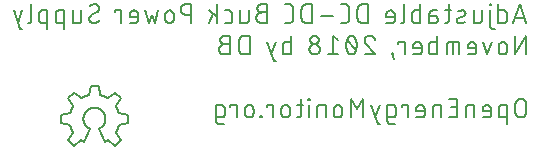
<source format=gbo>
G75*
%MOIN*%
%OFA0B0*%
%FSLAX25Y25*%
%IPPOS*%
%LPD*%
%AMOC8*
5,1,8,0,0,1.08239X$1,22.5*
%
%ADD10C,0.00700*%
%ADD11C,0.00600*%
D10*
X0109095Y0019195D02*
X0109095Y0024445D01*
X0110845Y0024445D01*
X0110908Y0024443D01*
X0110972Y0024437D01*
X0111034Y0024428D01*
X0111096Y0024414D01*
X0111157Y0024397D01*
X0111217Y0024377D01*
X0111276Y0024352D01*
X0111333Y0024325D01*
X0111388Y0024294D01*
X0111441Y0024259D01*
X0111493Y0024222D01*
X0111541Y0024181D01*
X0111587Y0024137D01*
X0111631Y0024091D01*
X0111672Y0024043D01*
X0111709Y0023991D01*
X0111744Y0023938D01*
X0111775Y0023883D01*
X0111802Y0023826D01*
X0111827Y0023767D01*
X0111847Y0023707D01*
X0111864Y0023646D01*
X0111878Y0023584D01*
X0111887Y0023522D01*
X0111893Y0023458D01*
X0111895Y0023395D01*
X0111895Y0021295D01*
X0111893Y0021232D01*
X0111887Y0021168D01*
X0111878Y0021106D01*
X0111864Y0021044D01*
X0111847Y0020983D01*
X0111827Y0020923D01*
X0111802Y0020864D01*
X0111775Y0020807D01*
X0111744Y0020752D01*
X0111709Y0020699D01*
X0111672Y0020647D01*
X0111631Y0020599D01*
X0111587Y0020553D01*
X0111541Y0020509D01*
X0111493Y0020468D01*
X0111441Y0020431D01*
X0111388Y0020396D01*
X0111333Y0020365D01*
X0111276Y0020338D01*
X0111217Y0020313D01*
X0111157Y0020293D01*
X0111096Y0020276D01*
X0111034Y0020262D01*
X0110972Y0020253D01*
X0110908Y0020247D01*
X0110845Y0020245D01*
X0109095Y0020245D01*
X0109095Y0019195D02*
X0109097Y0019132D01*
X0109103Y0019068D01*
X0109112Y0019006D01*
X0109126Y0018944D01*
X0109143Y0018883D01*
X0109163Y0018823D01*
X0109188Y0018764D01*
X0109215Y0018707D01*
X0109246Y0018652D01*
X0109281Y0018599D01*
X0109318Y0018547D01*
X0109359Y0018499D01*
X0109403Y0018453D01*
X0109449Y0018409D01*
X0109497Y0018368D01*
X0109549Y0018331D01*
X0109602Y0018296D01*
X0109657Y0018265D01*
X0109714Y0018238D01*
X0109773Y0018213D01*
X0109833Y0018193D01*
X0109894Y0018176D01*
X0109956Y0018162D01*
X0110018Y0018153D01*
X0110082Y0018147D01*
X0110145Y0018145D01*
X0111545Y0018145D01*
X0115929Y0020245D02*
X0115929Y0024445D01*
X0113829Y0024445D01*
X0113829Y0023745D01*
X0118704Y0023045D02*
X0118704Y0021645D01*
X0118706Y0021572D01*
X0118712Y0021499D01*
X0118721Y0021426D01*
X0118735Y0021354D01*
X0118752Y0021283D01*
X0118773Y0021212D01*
X0118797Y0021143D01*
X0118825Y0021076D01*
X0118857Y0021009D01*
X0118892Y0020945D01*
X0118930Y0020883D01*
X0118971Y0020822D01*
X0119016Y0020764D01*
X0119064Y0020708D01*
X0119114Y0020655D01*
X0119167Y0020605D01*
X0119223Y0020557D01*
X0119281Y0020512D01*
X0119342Y0020471D01*
X0119404Y0020433D01*
X0119468Y0020398D01*
X0119535Y0020366D01*
X0119602Y0020338D01*
X0119671Y0020314D01*
X0119742Y0020293D01*
X0119813Y0020276D01*
X0119885Y0020262D01*
X0119958Y0020253D01*
X0120031Y0020247D01*
X0120104Y0020245D01*
X0120177Y0020247D01*
X0120250Y0020253D01*
X0120323Y0020262D01*
X0120395Y0020276D01*
X0120466Y0020293D01*
X0120537Y0020314D01*
X0120606Y0020338D01*
X0120673Y0020366D01*
X0120740Y0020398D01*
X0120804Y0020433D01*
X0120866Y0020471D01*
X0120927Y0020512D01*
X0120985Y0020557D01*
X0121041Y0020605D01*
X0121094Y0020655D01*
X0121144Y0020708D01*
X0121192Y0020764D01*
X0121237Y0020822D01*
X0121278Y0020883D01*
X0121316Y0020945D01*
X0121351Y0021009D01*
X0121383Y0021076D01*
X0121411Y0021143D01*
X0121435Y0021212D01*
X0121456Y0021283D01*
X0121473Y0021354D01*
X0121487Y0021426D01*
X0121496Y0021499D01*
X0121502Y0021572D01*
X0121504Y0021645D01*
X0121504Y0023045D01*
X0121502Y0023118D01*
X0121496Y0023191D01*
X0121487Y0023264D01*
X0121473Y0023336D01*
X0121456Y0023407D01*
X0121435Y0023478D01*
X0121411Y0023547D01*
X0121383Y0023614D01*
X0121351Y0023681D01*
X0121316Y0023745D01*
X0121278Y0023807D01*
X0121237Y0023868D01*
X0121192Y0023926D01*
X0121144Y0023982D01*
X0121094Y0024035D01*
X0121041Y0024085D01*
X0120985Y0024133D01*
X0120927Y0024178D01*
X0120866Y0024219D01*
X0120804Y0024257D01*
X0120740Y0024292D01*
X0120673Y0024324D01*
X0120606Y0024352D01*
X0120537Y0024376D01*
X0120466Y0024397D01*
X0120395Y0024414D01*
X0120323Y0024428D01*
X0120250Y0024437D01*
X0120177Y0024443D01*
X0120104Y0024445D01*
X0120031Y0024443D01*
X0119958Y0024437D01*
X0119885Y0024428D01*
X0119813Y0024414D01*
X0119742Y0024397D01*
X0119671Y0024376D01*
X0119602Y0024352D01*
X0119535Y0024324D01*
X0119468Y0024292D01*
X0119404Y0024257D01*
X0119342Y0024219D01*
X0119281Y0024178D01*
X0119223Y0024133D01*
X0119167Y0024085D01*
X0119114Y0024035D01*
X0119064Y0023982D01*
X0119016Y0023926D01*
X0118971Y0023868D01*
X0118930Y0023807D01*
X0118892Y0023745D01*
X0118857Y0023681D01*
X0118825Y0023614D01*
X0118797Y0023547D01*
X0118773Y0023478D01*
X0118752Y0023407D01*
X0118735Y0023336D01*
X0118721Y0023264D01*
X0118712Y0023191D01*
X0118706Y0023118D01*
X0118704Y0023045D01*
X0123827Y0020595D02*
X0123827Y0020245D01*
X0124177Y0020245D01*
X0124177Y0020595D01*
X0123827Y0020595D01*
X0128032Y0020245D02*
X0128032Y0024445D01*
X0125932Y0024445D01*
X0125932Y0023745D01*
X0130807Y0023045D02*
X0130807Y0021645D01*
X0130809Y0021572D01*
X0130815Y0021499D01*
X0130824Y0021426D01*
X0130838Y0021354D01*
X0130855Y0021283D01*
X0130876Y0021212D01*
X0130900Y0021143D01*
X0130928Y0021076D01*
X0130960Y0021009D01*
X0130995Y0020945D01*
X0131033Y0020883D01*
X0131074Y0020822D01*
X0131119Y0020764D01*
X0131167Y0020708D01*
X0131217Y0020655D01*
X0131270Y0020605D01*
X0131326Y0020557D01*
X0131384Y0020512D01*
X0131445Y0020471D01*
X0131507Y0020433D01*
X0131571Y0020398D01*
X0131638Y0020366D01*
X0131705Y0020338D01*
X0131774Y0020314D01*
X0131845Y0020293D01*
X0131916Y0020276D01*
X0131988Y0020262D01*
X0132061Y0020253D01*
X0132134Y0020247D01*
X0132207Y0020245D01*
X0132280Y0020247D01*
X0132353Y0020253D01*
X0132426Y0020262D01*
X0132498Y0020276D01*
X0132569Y0020293D01*
X0132640Y0020314D01*
X0132709Y0020338D01*
X0132776Y0020366D01*
X0132843Y0020398D01*
X0132907Y0020433D01*
X0132969Y0020471D01*
X0133030Y0020512D01*
X0133088Y0020557D01*
X0133144Y0020605D01*
X0133197Y0020655D01*
X0133247Y0020708D01*
X0133295Y0020764D01*
X0133340Y0020822D01*
X0133381Y0020883D01*
X0133419Y0020945D01*
X0133454Y0021009D01*
X0133486Y0021076D01*
X0133514Y0021143D01*
X0133538Y0021212D01*
X0133559Y0021283D01*
X0133576Y0021354D01*
X0133590Y0021426D01*
X0133599Y0021499D01*
X0133605Y0021572D01*
X0133607Y0021645D01*
X0133607Y0023045D01*
X0133605Y0023118D01*
X0133599Y0023191D01*
X0133590Y0023264D01*
X0133576Y0023336D01*
X0133559Y0023407D01*
X0133538Y0023478D01*
X0133514Y0023547D01*
X0133486Y0023614D01*
X0133454Y0023681D01*
X0133419Y0023745D01*
X0133381Y0023807D01*
X0133340Y0023868D01*
X0133295Y0023926D01*
X0133247Y0023982D01*
X0133197Y0024035D01*
X0133144Y0024085D01*
X0133088Y0024133D01*
X0133030Y0024178D01*
X0132969Y0024219D01*
X0132907Y0024257D01*
X0132843Y0024292D01*
X0132776Y0024324D01*
X0132709Y0024352D01*
X0132640Y0024376D01*
X0132569Y0024397D01*
X0132498Y0024414D01*
X0132426Y0024428D01*
X0132353Y0024437D01*
X0132280Y0024443D01*
X0132207Y0024445D01*
X0132134Y0024443D01*
X0132061Y0024437D01*
X0131988Y0024428D01*
X0131916Y0024414D01*
X0131845Y0024397D01*
X0131774Y0024376D01*
X0131705Y0024352D01*
X0131638Y0024324D01*
X0131571Y0024292D01*
X0131507Y0024257D01*
X0131445Y0024219D01*
X0131384Y0024178D01*
X0131326Y0024133D01*
X0131270Y0024085D01*
X0131217Y0024035D01*
X0131167Y0023982D01*
X0131119Y0023926D01*
X0131074Y0023868D01*
X0131033Y0023807D01*
X0130995Y0023745D01*
X0130960Y0023681D01*
X0130928Y0023614D01*
X0130900Y0023547D01*
X0130876Y0023478D01*
X0130855Y0023407D01*
X0130838Y0023336D01*
X0130824Y0023264D01*
X0130815Y0023191D01*
X0130809Y0023118D01*
X0130807Y0023045D01*
X0135926Y0024445D02*
X0138026Y0024445D01*
X0140002Y0024445D02*
X0140002Y0020245D01*
X0142705Y0020245D02*
X0142705Y0023395D01*
X0142707Y0023458D01*
X0142713Y0023522D01*
X0142722Y0023584D01*
X0142736Y0023646D01*
X0142753Y0023707D01*
X0142773Y0023767D01*
X0142798Y0023826D01*
X0142825Y0023883D01*
X0142856Y0023938D01*
X0142891Y0023991D01*
X0142928Y0024043D01*
X0142969Y0024091D01*
X0143013Y0024137D01*
X0143059Y0024181D01*
X0143107Y0024222D01*
X0143159Y0024259D01*
X0143212Y0024294D01*
X0143267Y0024325D01*
X0143324Y0024352D01*
X0143383Y0024377D01*
X0143443Y0024397D01*
X0143504Y0024414D01*
X0143566Y0024428D01*
X0143628Y0024437D01*
X0143692Y0024443D01*
X0143755Y0024445D01*
X0145505Y0024445D01*
X0145505Y0020245D01*
X0148244Y0021645D02*
X0148244Y0023045D01*
X0148246Y0023118D01*
X0148252Y0023191D01*
X0148261Y0023264D01*
X0148275Y0023336D01*
X0148292Y0023407D01*
X0148313Y0023478D01*
X0148337Y0023547D01*
X0148365Y0023614D01*
X0148397Y0023681D01*
X0148432Y0023745D01*
X0148470Y0023807D01*
X0148511Y0023868D01*
X0148556Y0023926D01*
X0148604Y0023982D01*
X0148654Y0024035D01*
X0148707Y0024085D01*
X0148763Y0024133D01*
X0148821Y0024178D01*
X0148882Y0024219D01*
X0148944Y0024257D01*
X0149008Y0024292D01*
X0149075Y0024324D01*
X0149142Y0024352D01*
X0149211Y0024376D01*
X0149282Y0024397D01*
X0149353Y0024414D01*
X0149425Y0024428D01*
X0149498Y0024437D01*
X0149571Y0024443D01*
X0149644Y0024445D01*
X0149717Y0024443D01*
X0149790Y0024437D01*
X0149863Y0024428D01*
X0149935Y0024414D01*
X0150006Y0024397D01*
X0150077Y0024376D01*
X0150146Y0024352D01*
X0150213Y0024324D01*
X0150280Y0024292D01*
X0150344Y0024257D01*
X0150406Y0024219D01*
X0150467Y0024178D01*
X0150525Y0024133D01*
X0150581Y0024085D01*
X0150634Y0024035D01*
X0150684Y0023982D01*
X0150732Y0023926D01*
X0150777Y0023868D01*
X0150818Y0023807D01*
X0150856Y0023745D01*
X0150891Y0023681D01*
X0150923Y0023614D01*
X0150951Y0023547D01*
X0150975Y0023478D01*
X0150996Y0023407D01*
X0151013Y0023336D01*
X0151027Y0023264D01*
X0151036Y0023191D01*
X0151042Y0023118D01*
X0151044Y0023045D01*
X0151044Y0021645D01*
X0151042Y0021572D01*
X0151036Y0021499D01*
X0151027Y0021426D01*
X0151013Y0021354D01*
X0150996Y0021283D01*
X0150975Y0021212D01*
X0150951Y0021143D01*
X0150923Y0021076D01*
X0150891Y0021009D01*
X0150856Y0020945D01*
X0150818Y0020883D01*
X0150777Y0020822D01*
X0150732Y0020764D01*
X0150684Y0020708D01*
X0150634Y0020655D01*
X0150581Y0020605D01*
X0150525Y0020557D01*
X0150467Y0020512D01*
X0150406Y0020471D01*
X0150344Y0020433D01*
X0150280Y0020398D01*
X0150213Y0020366D01*
X0150146Y0020338D01*
X0150077Y0020314D01*
X0150006Y0020293D01*
X0149935Y0020276D01*
X0149863Y0020262D01*
X0149790Y0020253D01*
X0149717Y0020247D01*
X0149644Y0020245D01*
X0149571Y0020247D01*
X0149498Y0020253D01*
X0149425Y0020262D01*
X0149353Y0020276D01*
X0149282Y0020293D01*
X0149211Y0020314D01*
X0149142Y0020338D01*
X0149075Y0020366D01*
X0149008Y0020398D01*
X0148944Y0020433D01*
X0148882Y0020471D01*
X0148821Y0020512D01*
X0148763Y0020557D01*
X0148707Y0020605D01*
X0148654Y0020655D01*
X0148604Y0020708D01*
X0148556Y0020764D01*
X0148511Y0020822D01*
X0148470Y0020883D01*
X0148432Y0020945D01*
X0148397Y0021009D01*
X0148365Y0021076D01*
X0148337Y0021143D01*
X0148313Y0021212D01*
X0148292Y0021283D01*
X0148275Y0021354D01*
X0148261Y0021426D01*
X0148252Y0021499D01*
X0148246Y0021572D01*
X0148244Y0021645D01*
X0153903Y0020245D02*
X0153903Y0026545D01*
X0156003Y0023045D01*
X0158103Y0026545D01*
X0158103Y0020245D01*
X0162157Y0020245D02*
X0163557Y0024445D01*
X0166122Y0024445D02*
X0166122Y0019195D01*
X0166124Y0019132D01*
X0166130Y0019068D01*
X0166139Y0019006D01*
X0166153Y0018944D01*
X0166170Y0018883D01*
X0166190Y0018823D01*
X0166215Y0018764D01*
X0166242Y0018707D01*
X0166273Y0018652D01*
X0166308Y0018599D01*
X0166345Y0018547D01*
X0166386Y0018499D01*
X0166430Y0018453D01*
X0166476Y0018409D01*
X0166524Y0018368D01*
X0166576Y0018331D01*
X0166629Y0018296D01*
X0166684Y0018265D01*
X0166741Y0018238D01*
X0166800Y0018213D01*
X0166860Y0018193D01*
X0166921Y0018176D01*
X0166983Y0018162D01*
X0167045Y0018153D01*
X0167109Y0018147D01*
X0167172Y0018145D01*
X0168572Y0018145D01*
X0167872Y0020245D02*
X0166122Y0020245D01*
X0167872Y0020245D02*
X0167935Y0020247D01*
X0167999Y0020253D01*
X0168061Y0020262D01*
X0168123Y0020276D01*
X0168184Y0020293D01*
X0168244Y0020313D01*
X0168303Y0020338D01*
X0168360Y0020365D01*
X0168415Y0020396D01*
X0168468Y0020431D01*
X0168520Y0020468D01*
X0168568Y0020509D01*
X0168614Y0020553D01*
X0168658Y0020599D01*
X0168699Y0020647D01*
X0168736Y0020699D01*
X0168771Y0020752D01*
X0168802Y0020807D01*
X0168829Y0020864D01*
X0168854Y0020923D01*
X0168874Y0020983D01*
X0168891Y0021044D01*
X0168905Y0021106D01*
X0168914Y0021168D01*
X0168920Y0021232D01*
X0168922Y0021295D01*
X0168922Y0023395D01*
X0168920Y0023458D01*
X0168914Y0023522D01*
X0168905Y0023584D01*
X0168891Y0023646D01*
X0168874Y0023707D01*
X0168854Y0023767D01*
X0168829Y0023826D01*
X0168802Y0023883D01*
X0168771Y0023938D01*
X0168736Y0023991D01*
X0168699Y0024043D01*
X0168658Y0024091D01*
X0168614Y0024137D01*
X0168568Y0024181D01*
X0168520Y0024222D01*
X0168468Y0024259D01*
X0168415Y0024294D01*
X0168360Y0024325D01*
X0168303Y0024352D01*
X0168244Y0024377D01*
X0168184Y0024397D01*
X0168123Y0024414D01*
X0168061Y0024428D01*
X0167999Y0024437D01*
X0167935Y0024443D01*
X0167872Y0024445D01*
X0166122Y0024445D01*
X0160757Y0024445D02*
X0162857Y0018145D01*
X0163557Y0018145D01*
X0172956Y0020245D02*
X0172956Y0024445D01*
X0170856Y0024445D01*
X0170856Y0023745D01*
X0175731Y0023045D02*
X0175731Y0022345D01*
X0178531Y0022345D01*
X0178531Y0023045D02*
X0178531Y0021295D01*
X0178529Y0021232D01*
X0178523Y0021168D01*
X0178514Y0021106D01*
X0178500Y0021044D01*
X0178483Y0020983D01*
X0178463Y0020923D01*
X0178438Y0020864D01*
X0178411Y0020807D01*
X0178380Y0020752D01*
X0178345Y0020699D01*
X0178308Y0020647D01*
X0178267Y0020599D01*
X0178223Y0020553D01*
X0178177Y0020509D01*
X0178129Y0020468D01*
X0178077Y0020431D01*
X0178024Y0020396D01*
X0177969Y0020365D01*
X0177912Y0020338D01*
X0177853Y0020313D01*
X0177793Y0020293D01*
X0177732Y0020276D01*
X0177670Y0020262D01*
X0177608Y0020253D01*
X0177544Y0020247D01*
X0177481Y0020245D01*
X0175731Y0020245D01*
X0181270Y0020245D02*
X0181270Y0023395D01*
X0181272Y0023458D01*
X0181278Y0023522D01*
X0181287Y0023584D01*
X0181301Y0023646D01*
X0181318Y0023707D01*
X0181338Y0023767D01*
X0181363Y0023826D01*
X0181390Y0023883D01*
X0181421Y0023938D01*
X0181456Y0023991D01*
X0181493Y0024043D01*
X0181534Y0024091D01*
X0181578Y0024137D01*
X0181624Y0024181D01*
X0181672Y0024222D01*
X0181724Y0024259D01*
X0181777Y0024294D01*
X0181832Y0024325D01*
X0181889Y0024352D01*
X0181948Y0024377D01*
X0182008Y0024397D01*
X0182069Y0024414D01*
X0182131Y0024428D01*
X0182193Y0024437D01*
X0182257Y0024443D01*
X0182320Y0024445D01*
X0184070Y0024445D01*
X0184070Y0020245D01*
X0186530Y0020245D02*
X0189330Y0020245D01*
X0189330Y0026545D01*
X0186530Y0026545D01*
X0193397Y0024445D02*
X0195147Y0024445D01*
X0195147Y0020245D01*
X0192347Y0020245D02*
X0192347Y0023395D01*
X0192349Y0023458D01*
X0192355Y0023522D01*
X0192364Y0023584D01*
X0192378Y0023646D01*
X0192395Y0023707D01*
X0192415Y0023767D01*
X0192440Y0023826D01*
X0192467Y0023883D01*
X0192498Y0023938D01*
X0192533Y0023991D01*
X0192570Y0024043D01*
X0192611Y0024091D01*
X0192655Y0024137D01*
X0192701Y0024181D01*
X0192749Y0024222D01*
X0192801Y0024259D01*
X0192854Y0024294D01*
X0192909Y0024325D01*
X0192966Y0024352D01*
X0193025Y0024377D01*
X0193085Y0024397D01*
X0193146Y0024414D01*
X0193208Y0024428D01*
X0193270Y0024437D01*
X0193334Y0024443D01*
X0193397Y0024445D01*
X0189330Y0023745D02*
X0187230Y0023745D01*
X0178531Y0023045D02*
X0178529Y0023118D01*
X0178523Y0023191D01*
X0178514Y0023264D01*
X0178500Y0023336D01*
X0178483Y0023407D01*
X0178462Y0023478D01*
X0178438Y0023547D01*
X0178410Y0023614D01*
X0178378Y0023681D01*
X0178343Y0023745D01*
X0178305Y0023807D01*
X0178264Y0023868D01*
X0178219Y0023926D01*
X0178171Y0023982D01*
X0178121Y0024035D01*
X0178068Y0024085D01*
X0178012Y0024133D01*
X0177954Y0024178D01*
X0177893Y0024219D01*
X0177831Y0024257D01*
X0177767Y0024292D01*
X0177700Y0024324D01*
X0177633Y0024352D01*
X0177564Y0024376D01*
X0177493Y0024397D01*
X0177422Y0024414D01*
X0177350Y0024428D01*
X0177277Y0024437D01*
X0177204Y0024443D01*
X0177131Y0024445D01*
X0177058Y0024443D01*
X0176985Y0024437D01*
X0176912Y0024428D01*
X0176840Y0024414D01*
X0176769Y0024397D01*
X0176698Y0024376D01*
X0176629Y0024352D01*
X0176562Y0024324D01*
X0176495Y0024292D01*
X0176431Y0024257D01*
X0176369Y0024219D01*
X0176308Y0024178D01*
X0176250Y0024133D01*
X0176194Y0024085D01*
X0176141Y0024035D01*
X0176091Y0023982D01*
X0176043Y0023926D01*
X0175998Y0023868D01*
X0175957Y0023807D01*
X0175919Y0023745D01*
X0175884Y0023681D01*
X0175852Y0023614D01*
X0175824Y0023547D01*
X0175800Y0023478D01*
X0175779Y0023407D01*
X0175762Y0023336D01*
X0175748Y0023264D01*
X0175739Y0023191D01*
X0175733Y0023118D01*
X0175731Y0023045D01*
X0197886Y0023045D02*
X0197886Y0022345D01*
X0200686Y0022345D01*
X0200686Y0023045D02*
X0200686Y0021295D01*
X0200684Y0021232D01*
X0200678Y0021168D01*
X0200669Y0021106D01*
X0200655Y0021044D01*
X0200638Y0020983D01*
X0200618Y0020923D01*
X0200593Y0020864D01*
X0200566Y0020807D01*
X0200535Y0020752D01*
X0200500Y0020699D01*
X0200463Y0020647D01*
X0200422Y0020599D01*
X0200378Y0020553D01*
X0200332Y0020509D01*
X0200284Y0020468D01*
X0200232Y0020431D01*
X0200179Y0020396D01*
X0200124Y0020365D01*
X0200067Y0020338D01*
X0200008Y0020313D01*
X0199948Y0020293D01*
X0199887Y0020276D01*
X0199825Y0020262D01*
X0199763Y0020253D01*
X0199699Y0020247D01*
X0199636Y0020245D01*
X0197886Y0020245D01*
X0203188Y0021295D02*
X0203188Y0023395D01*
X0203190Y0023458D01*
X0203196Y0023522D01*
X0203205Y0023584D01*
X0203219Y0023646D01*
X0203236Y0023707D01*
X0203256Y0023767D01*
X0203281Y0023826D01*
X0203308Y0023883D01*
X0203339Y0023938D01*
X0203374Y0023991D01*
X0203411Y0024043D01*
X0203452Y0024091D01*
X0203496Y0024137D01*
X0203542Y0024181D01*
X0203590Y0024222D01*
X0203642Y0024259D01*
X0203695Y0024294D01*
X0203750Y0024325D01*
X0203807Y0024352D01*
X0203866Y0024377D01*
X0203926Y0024397D01*
X0203987Y0024414D01*
X0204049Y0024428D01*
X0204111Y0024437D01*
X0204175Y0024443D01*
X0204238Y0024445D01*
X0205988Y0024445D01*
X0205988Y0018145D01*
X0205988Y0020245D02*
X0204238Y0020245D01*
X0204175Y0020247D01*
X0204111Y0020253D01*
X0204049Y0020262D01*
X0203987Y0020276D01*
X0203926Y0020293D01*
X0203866Y0020313D01*
X0203807Y0020338D01*
X0203750Y0020365D01*
X0203695Y0020396D01*
X0203642Y0020431D01*
X0203590Y0020468D01*
X0203542Y0020509D01*
X0203496Y0020553D01*
X0203452Y0020599D01*
X0203411Y0020647D01*
X0203374Y0020699D01*
X0203339Y0020752D01*
X0203308Y0020807D01*
X0203281Y0020864D01*
X0203256Y0020923D01*
X0203236Y0020983D01*
X0203219Y0021044D01*
X0203205Y0021106D01*
X0203196Y0021168D01*
X0203190Y0021232D01*
X0203188Y0021295D01*
X0200686Y0023045D02*
X0200684Y0023118D01*
X0200678Y0023191D01*
X0200669Y0023264D01*
X0200655Y0023336D01*
X0200638Y0023407D01*
X0200617Y0023478D01*
X0200593Y0023547D01*
X0200565Y0023614D01*
X0200533Y0023681D01*
X0200498Y0023745D01*
X0200460Y0023807D01*
X0200419Y0023868D01*
X0200374Y0023926D01*
X0200326Y0023982D01*
X0200276Y0024035D01*
X0200223Y0024085D01*
X0200167Y0024133D01*
X0200109Y0024178D01*
X0200048Y0024219D01*
X0199986Y0024257D01*
X0199922Y0024292D01*
X0199855Y0024324D01*
X0199788Y0024352D01*
X0199719Y0024376D01*
X0199648Y0024397D01*
X0199577Y0024414D01*
X0199505Y0024428D01*
X0199432Y0024437D01*
X0199359Y0024443D01*
X0199286Y0024445D01*
X0199213Y0024443D01*
X0199140Y0024437D01*
X0199067Y0024428D01*
X0198995Y0024414D01*
X0198924Y0024397D01*
X0198853Y0024376D01*
X0198784Y0024352D01*
X0198717Y0024324D01*
X0198650Y0024292D01*
X0198586Y0024257D01*
X0198524Y0024219D01*
X0198463Y0024178D01*
X0198405Y0024133D01*
X0198349Y0024085D01*
X0198296Y0024035D01*
X0198246Y0023982D01*
X0198198Y0023926D01*
X0198153Y0023868D01*
X0198112Y0023807D01*
X0198074Y0023745D01*
X0198039Y0023681D01*
X0198007Y0023614D01*
X0197979Y0023547D01*
X0197955Y0023478D01*
X0197934Y0023407D01*
X0197917Y0023336D01*
X0197903Y0023264D01*
X0197894Y0023191D01*
X0197888Y0023118D01*
X0197886Y0023045D01*
X0208818Y0021995D02*
X0208818Y0024795D01*
X0208820Y0024877D01*
X0208826Y0024959D01*
X0208835Y0025040D01*
X0208849Y0025121D01*
X0208866Y0025202D01*
X0208887Y0025281D01*
X0208911Y0025359D01*
X0208940Y0025436D01*
X0208972Y0025512D01*
X0209007Y0025586D01*
X0209046Y0025658D01*
X0209088Y0025729D01*
X0209133Y0025797D01*
X0209182Y0025863D01*
X0209233Y0025927D01*
X0209288Y0025988D01*
X0209345Y0026047D01*
X0209405Y0026103D01*
X0209468Y0026156D01*
X0209533Y0026206D01*
X0209600Y0026253D01*
X0209669Y0026297D01*
X0209741Y0026337D01*
X0209814Y0026374D01*
X0209889Y0026408D01*
X0209965Y0026438D01*
X0210043Y0026464D01*
X0210122Y0026487D01*
X0210201Y0026506D01*
X0210282Y0026521D01*
X0210363Y0026533D01*
X0210445Y0026541D01*
X0210527Y0026545D01*
X0210609Y0026545D01*
X0210691Y0026541D01*
X0210773Y0026533D01*
X0210854Y0026521D01*
X0210935Y0026506D01*
X0211014Y0026487D01*
X0211093Y0026464D01*
X0211171Y0026438D01*
X0211247Y0026408D01*
X0211322Y0026374D01*
X0211395Y0026337D01*
X0211467Y0026297D01*
X0211536Y0026253D01*
X0211603Y0026206D01*
X0211668Y0026156D01*
X0211731Y0026103D01*
X0211791Y0026047D01*
X0211848Y0025988D01*
X0211903Y0025927D01*
X0211954Y0025863D01*
X0212003Y0025797D01*
X0212048Y0025729D01*
X0212090Y0025658D01*
X0212129Y0025586D01*
X0212164Y0025512D01*
X0212196Y0025436D01*
X0212225Y0025359D01*
X0212249Y0025281D01*
X0212270Y0025202D01*
X0212287Y0025121D01*
X0212301Y0025040D01*
X0212310Y0024959D01*
X0212316Y0024877D01*
X0212318Y0024795D01*
X0212318Y0021995D01*
X0212316Y0021913D01*
X0212310Y0021831D01*
X0212301Y0021750D01*
X0212287Y0021669D01*
X0212270Y0021588D01*
X0212249Y0021509D01*
X0212225Y0021431D01*
X0212196Y0021354D01*
X0212164Y0021278D01*
X0212129Y0021204D01*
X0212090Y0021132D01*
X0212048Y0021061D01*
X0212003Y0020993D01*
X0211954Y0020927D01*
X0211903Y0020863D01*
X0211848Y0020802D01*
X0211791Y0020743D01*
X0211731Y0020687D01*
X0211668Y0020634D01*
X0211603Y0020584D01*
X0211536Y0020537D01*
X0211467Y0020493D01*
X0211395Y0020453D01*
X0211322Y0020416D01*
X0211247Y0020382D01*
X0211171Y0020352D01*
X0211093Y0020326D01*
X0211014Y0020303D01*
X0210935Y0020284D01*
X0210854Y0020269D01*
X0210773Y0020257D01*
X0210691Y0020249D01*
X0210609Y0020245D01*
X0210527Y0020245D01*
X0210445Y0020249D01*
X0210363Y0020257D01*
X0210282Y0020269D01*
X0210201Y0020284D01*
X0210122Y0020303D01*
X0210043Y0020326D01*
X0209965Y0020352D01*
X0209889Y0020382D01*
X0209814Y0020416D01*
X0209741Y0020453D01*
X0209669Y0020493D01*
X0209600Y0020537D01*
X0209533Y0020584D01*
X0209468Y0020634D01*
X0209405Y0020687D01*
X0209345Y0020743D01*
X0209288Y0020802D01*
X0209233Y0020863D01*
X0209182Y0020927D01*
X0209133Y0020993D01*
X0209088Y0021061D01*
X0209046Y0021132D01*
X0209007Y0021204D01*
X0208972Y0021278D01*
X0208940Y0021354D01*
X0208911Y0021431D01*
X0208887Y0021509D01*
X0208866Y0021588D01*
X0208849Y0021669D01*
X0208835Y0021750D01*
X0208826Y0021831D01*
X0208820Y0021913D01*
X0208818Y0021995D01*
X0168274Y0039845D02*
X0167749Y0041245D01*
X0167749Y0041595D01*
X0168099Y0041595D01*
X0168099Y0041245D01*
X0167749Y0041245D01*
X0171930Y0041245D02*
X0171930Y0045445D01*
X0169830Y0045445D01*
X0169830Y0044745D01*
X0174706Y0044045D02*
X0174706Y0043345D01*
X0177506Y0043345D01*
X0177506Y0044045D02*
X0177506Y0042295D01*
X0177504Y0042232D01*
X0177498Y0042168D01*
X0177489Y0042106D01*
X0177475Y0042044D01*
X0177458Y0041983D01*
X0177438Y0041923D01*
X0177413Y0041864D01*
X0177386Y0041807D01*
X0177355Y0041752D01*
X0177320Y0041699D01*
X0177283Y0041647D01*
X0177242Y0041599D01*
X0177198Y0041553D01*
X0177152Y0041509D01*
X0177104Y0041468D01*
X0177052Y0041431D01*
X0176999Y0041396D01*
X0176944Y0041365D01*
X0176887Y0041338D01*
X0176828Y0041313D01*
X0176768Y0041293D01*
X0176707Y0041276D01*
X0176645Y0041262D01*
X0176583Y0041253D01*
X0176519Y0041247D01*
X0176456Y0041245D01*
X0174706Y0041245D01*
X0174706Y0044045D02*
X0174708Y0044118D01*
X0174714Y0044191D01*
X0174723Y0044264D01*
X0174737Y0044336D01*
X0174754Y0044407D01*
X0174775Y0044478D01*
X0174799Y0044547D01*
X0174827Y0044614D01*
X0174859Y0044681D01*
X0174894Y0044745D01*
X0174932Y0044807D01*
X0174973Y0044868D01*
X0175018Y0044926D01*
X0175066Y0044982D01*
X0175116Y0045035D01*
X0175169Y0045085D01*
X0175225Y0045133D01*
X0175283Y0045178D01*
X0175344Y0045219D01*
X0175406Y0045257D01*
X0175470Y0045292D01*
X0175537Y0045324D01*
X0175604Y0045352D01*
X0175673Y0045376D01*
X0175744Y0045397D01*
X0175815Y0045414D01*
X0175887Y0045428D01*
X0175960Y0045437D01*
X0176033Y0045443D01*
X0176106Y0045445D01*
X0176179Y0045443D01*
X0176252Y0045437D01*
X0176325Y0045428D01*
X0176397Y0045414D01*
X0176468Y0045397D01*
X0176539Y0045376D01*
X0176608Y0045352D01*
X0176675Y0045324D01*
X0176742Y0045292D01*
X0176806Y0045257D01*
X0176868Y0045219D01*
X0176929Y0045178D01*
X0176987Y0045133D01*
X0177043Y0045085D01*
X0177096Y0045035D01*
X0177146Y0044982D01*
X0177194Y0044926D01*
X0177239Y0044868D01*
X0177280Y0044807D01*
X0177318Y0044745D01*
X0177353Y0044681D01*
X0177385Y0044614D01*
X0177413Y0044547D01*
X0177437Y0044478D01*
X0177458Y0044407D01*
X0177475Y0044336D01*
X0177489Y0044264D01*
X0177498Y0044191D01*
X0177504Y0044118D01*
X0177506Y0044045D01*
X0180008Y0044395D02*
X0180008Y0042295D01*
X0180010Y0042232D01*
X0180016Y0042168D01*
X0180025Y0042106D01*
X0180039Y0042044D01*
X0180056Y0041983D01*
X0180076Y0041923D01*
X0180101Y0041864D01*
X0180128Y0041807D01*
X0180159Y0041752D01*
X0180194Y0041699D01*
X0180231Y0041647D01*
X0180272Y0041599D01*
X0180316Y0041553D01*
X0180362Y0041509D01*
X0180410Y0041468D01*
X0180462Y0041431D01*
X0180515Y0041396D01*
X0180570Y0041365D01*
X0180627Y0041338D01*
X0180686Y0041313D01*
X0180746Y0041293D01*
X0180807Y0041276D01*
X0180869Y0041262D01*
X0180931Y0041253D01*
X0180995Y0041247D01*
X0181058Y0041245D01*
X0182808Y0041245D01*
X0182808Y0047545D01*
X0182808Y0045445D02*
X0181058Y0045445D01*
X0180995Y0045443D01*
X0180931Y0045437D01*
X0180869Y0045428D01*
X0180807Y0045414D01*
X0180746Y0045397D01*
X0180686Y0045377D01*
X0180627Y0045352D01*
X0180570Y0045325D01*
X0180515Y0045294D01*
X0180462Y0045259D01*
X0180410Y0045222D01*
X0180362Y0045181D01*
X0180316Y0045137D01*
X0180272Y0045091D01*
X0180231Y0045043D01*
X0180194Y0044991D01*
X0180159Y0044938D01*
X0180128Y0044883D01*
X0180101Y0044826D01*
X0180076Y0044767D01*
X0180056Y0044707D01*
X0180039Y0044646D01*
X0180025Y0044584D01*
X0180016Y0044522D01*
X0180010Y0044458D01*
X0180008Y0044395D01*
X0185904Y0044395D02*
X0185904Y0041245D01*
X0188004Y0041245D02*
X0188004Y0045445D01*
X0186954Y0045445D02*
X0190104Y0045445D01*
X0190104Y0041245D01*
X0192963Y0041245D02*
X0194713Y0041245D01*
X0194776Y0041247D01*
X0194840Y0041253D01*
X0194902Y0041262D01*
X0194964Y0041276D01*
X0195025Y0041293D01*
X0195085Y0041313D01*
X0195144Y0041338D01*
X0195201Y0041365D01*
X0195256Y0041396D01*
X0195309Y0041431D01*
X0195361Y0041468D01*
X0195409Y0041509D01*
X0195455Y0041553D01*
X0195499Y0041599D01*
X0195540Y0041647D01*
X0195577Y0041699D01*
X0195612Y0041752D01*
X0195643Y0041807D01*
X0195670Y0041864D01*
X0195695Y0041923D01*
X0195715Y0041983D01*
X0195732Y0042044D01*
X0195746Y0042106D01*
X0195755Y0042168D01*
X0195761Y0042232D01*
X0195763Y0042295D01*
X0195763Y0044045D01*
X0195763Y0043345D02*
X0192963Y0043345D01*
X0192963Y0044045D01*
X0192965Y0044118D01*
X0192971Y0044191D01*
X0192980Y0044264D01*
X0192994Y0044336D01*
X0193011Y0044407D01*
X0193032Y0044478D01*
X0193056Y0044547D01*
X0193084Y0044614D01*
X0193116Y0044681D01*
X0193151Y0044745D01*
X0193189Y0044807D01*
X0193230Y0044868D01*
X0193275Y0044926D01*
X0193323Y0044982D01*
X0193373Y0045035D01*
X0193426Y0045085D01*
X0193482Y0045133D01*
X0193540Y0045178D01*
X0193601Y0045219D01*
X0193663Y0045257D01*
X0193727Y0045292D01*
X0193794Y0045324D01*
X0193861Y0045352D01*
X0193930Y0045376D01*
X0194001Y0045397D01*
X0194072Y0045414D01*
X0194144Y0045428D01*
X0194217Y0045437D01*
X0194290Y0045443D01*
X0194363Y0045445D01*
X0194436Y0045443D01*
X0194509Y0045437D01*
X0194582Y0045428D01*
X0194654Y0045414D01*
X0194725Y0045397D01*
X0194796Y0045376D01*
X0194865Y0045352D01*
X0194932Y0045324D01*
X0194999Y0045292D01*
X0195063Y0045257D01*
X0195125Y0045219D01*
X0195186Y0045178D01*
X0195244Y0045133D01*
X0195300Y0045085D01*
X0195353Y0045035D01*
X0195403Y0044982D01*
X0195451Y0044926D01*
X0195496Y0044868D01*
X0195537Y0044807D01*
X0195575Y0044745D01*
X0195610Y0044681D01*
X0195642Y0044614D01*
X0195670Y0044547D01*
X0195694Y0044478D01*
X0195715Y0044407D01*
X0195732Y0044336D01*
X0195746Y0044264D01*
X0195755Y0044191D01*
X0195761Y0044118D01*
X0195763Y0044045D01*
X0198091Y0045445D02*
X0199491Y0041245D01*
X0200891Y0045445D01*
X0203219Y0044045D02*
X0203219Y0042645D01*
X0203221Y0042572D01*
X0203227Y0042499D01*
X0203236Y0042426D01*
X0203250Y0042354D01*
X0203267Y0042283D01*
X0203288Y0042212D01*
X0203312Y0042143D01*
X0203340Y0042076D01*
X0203372Y0042009D01*
X0203407Y0041945D01*
X0203445Y0041883D01*
X0203486Y0041822D01*
X0203531Y0041764D01*
X0203579Y0041708D01*
X0203629Y0041655D01*
X0203682Y0041605D01*
X0203738Y0041557D01*
X0203796Y0041512D01*
X0203857Y0041471D01*
X0203919Y0041433D01*
X0203983Y0041398D01*
X0204050Y0041366D01*
X0204117Y0041338D01*
X0204186Y0041314D01*
X0204257Y0041293D01*
X0204328Y0041276D01*
X0204400Y0041262D01*
X0204473Y0041253D01*
X0204546Y0041247D01*
X0204619Y0041245D01*
X0204692Y0041247D01*
X0204765Y0041253D01*
X0204838Y0041262D01*
X0204910Y0041276D01*
X0204981Y0041293D01*
X0205052Y0041314D01*
X0205121Y0041338D01*
X0205188Y0041366D01*
X0205255Y0041398D01*
X0205319Y0041433D01*
X0205381Y0041471D01*
X0205442Y0041512D01*
X0205500Y0041557D01*
X0205556Y0041605D01*
X0205609Y0041655D01*
X0205659Y0041708D01*
X0205707Y0041764D01*
X0205752Y0041822D01*
X0205793Y0041883D01*
X0205831Y0041945D01*
X0205866Y0042009D01*
X0205898Y0042076D01*
X0205926Y0042143D01*
X0205950Y0042212D01*
X0205971Y0042283D01*
X0205988Y0042354D01*
X0206002Y0042426D01*
X0206011Y0042499D01*
X0206017Y0042572D01*
X0206019Y0042645D01*
X0206019Y0044045D01*
X0206017Y0044118D01*
X0206011Y0044191D01*
X0206002Y0044264D01*
X0205988Y0044336D01*
X0205971Y0044407D01*
X0205950Y0044478D01*
X0205926Y0044547D01*
X0205898Y0044614D01*
X0205866Y0044681D01*
X0205831Y0044745D01*
X0205793Y0044807D01*
X0205752Y0044868D01*
X0205707Y0044926D01*
X0205659Y0044982D01*
X0205609Y0045035D01*
X0205556Y0045085D01*
X0205500Y0045133D01*
X0205442Y0045178D01*
X0205381Y0045219D01*
X0205319Y0045257D01*
X0205255Y0045292D01*
X0205188Y0045324D01*
X0205121Y0045352D01*
X0205052Y0045376D01*
X0204981Y0045397D01*
X0204910Y0045414D01*
X0204838Y0045428D01*
X0204765Y0045437D01*
X0204692Y0045443D01*
X0204619Y0045445D01*
X0204546Y0045443D01*
X0204473Y0045437D01*
X0204400Y0045428D01*
X0204328Y0045414D01*
X0204257Y0045397D01*
X0204186Y0045376D01*
X0204117Y0045352D01*
X0204050Y0045324D01*
X0203983Y0045292D01*
X0203919Y0045257D01*
X0203857Y0045219D01*
X0203796Y0045178D01*
X0203738Y0045133D01*
X0203682Y0045085D01*
X0203629Y0045035D01*
X0203579Y0044982D01*
X0203531Y0044926D01*
X0203486Y0044868D01*
X0203445Y0044807D01*
X0203407Y0044745D01*
X0203372Y0044681D01*
X0203340Y0044614D01*
X0203312Y0044547D01*
X0203288Y0044478D01*
X0203267Y0044407D01*
X0203250Y0044336D01*
X0203236Y0044264D01*
X0203227Y0044191D01*
X0203221Y0044118D01*
X0203219Y0044045D01*
X0208818Y0041245D02*
X0208818Y0047545D01*
X0212318Y0047545D02*
X0208818Y0041245D01*
X0212318Y0041245D02*
X0212318Y0047545D01*
X0212318Y0051745D02*
X0210218Y0058045D01*
X0208118Y0051745D01*
X0205906Y0052795D02*
X0205906Y0054895D01*
X0205904Y0054958D01*
X0205898Y0055022D01*
X0205889Y0055084D01*
X0205875Y0055146D01*
X0205858Y0055207D01*
X0205838Y0055267D01*
X0205813Y0055326D01*
X0205786Y0055383D01*
X0205755Y0055438D01*
X0205720Y0055491D01*
X0205683Y0055543D01*
X0205642Y0055591D01*
X0205598Y0055637D01*
X0205552Y0055681D01*
X0205504Y0055722D01*
X0205452Y0055759D01*
X0205399Y0055794D01*
X0205344Y0055825D01*
X0205287Y0055852D01*
X0205228Y0055877D01*
X0205168Y0055897D01*
X0205107Y0055914D01*
X0205045Y0055928D01*
X0204983Y0055937D01*
X0204919Y0055943D01*
X0204856Y0055945D01*
X0203106Y0055945D01*
X0200477Y0055945D02*
X0200477Y0050695D01*
X0200479Y0050632D01*
X0200485Y0050568D01*
X0200494Y0050506D01*
X0200508Y0050444D01*
X0200525Y0050383D01*
X0200545Y0050323D01*
X0200570Y0050264D01*
X0200597Y0050207D01*
X0200628Y0050152D01*
X0200663Y0050099D01*
X0200700Y0050047D01*
X0200741Y0049999D01*
X0200785Y0049953D01*
X0200831Y0049909D01*
X0200879Y0049868D01*
X0200931Y0049831D01*
X0200984Y0049796D01*
X0201039Y0049765D01*
X0201096Y0049738D01*
X0201155Y0049713D01*
X0201215Y0049693D01*
X0201276Y0049676D01*
X0201338Y0049662D01*
X0201400Y0049653D01*
X0201464Y0049647D01*
X0201527Y0049645D01*
X0201877Y0049645D01*
X0203106Y0051745D02*
X0204856Y0051745D01*
X0204919Y0051747D01*
X0204983Y0051753D01*
X0205045Y0051762D01*
X0205107Y0051776D01*
X0205168Y0051793D01*
X0205228Y0051813D01*
X0205287Y0051838D01*
X0205344Y0051865D01*
X0205399Y0051896D01*
X0205452Y0051931D01*
X0205504Y0051968D01*
X0205552Y0052009D01*
X0205598Y0052053D01*
X0205642Y0052099D01*
X0205683Y0052147D01*
X0205720Y0052199D01*
X0205755Y0052252D01*
X0205786Y0052307D01*
X0205813Y0052364D01*
X0205838Y0052423D01*
X0205858Y0052483D01*
X0205875Y0052544D01*
X0205889Y0052606D01*
X0205898Y0052668D01*
X0205904Y0052732D01*
X0205906Y0052795D01*
X0208643Y0053320D02*
X0211793Y0053320D01*
X0203106Y0051745D02*
X0203106Y0058045D01*
X0200652Y0058045D02*
X0200302Y0058045D01*
X0200302Y0057695D01*
X0200652Y0057695D01*
X0200652Y0058045D01*
X0197669Y0055945D02*
X0197669Y0052795D01*
X0197667Y0052732D01*
X0197661Y0052668D01*
X0197652Y0052606D01*
X0197638Y0052544D01*
X0197621Y0052483D01*
X0197601Y0052423D01*
X0197576Y0052364D01*
X0197549Y0052307D01*
X0197518Y0052252D01*
X0197483Y0052199D01*
X0197446Y0052147D01*
X0197405Y0052099D01*
X0197361Y0052053D01*
X0197315Y0052009D01*
X0197267Y0051968D01*
X0197215Y0051931D01*
X0197162Y0051896D01*
X0197107Y0051865D01*
X0197050Y0051838D01*
X0196991Y0051813D01*
X0196931Y0051793D01*
X0196870Y0051776D01*
X0196808Y0051762D01*
X0196746Y0051753D01*
X0196682Y0051747D01*
X0196619Y0051745D01*
X0194869Y0051745D01*
X0194869Y0055945D01*
X0191256Y0055946D02*
X0191316Y0055945D01*
X0191376Y0055940D01*
X0191435Y0055931D01*
X0191494Y0055918D01*
X0191551Y0055901D01*
X0191608Y0055880D01*
X0191663Y0055856D01*
X0191716Y0055829D01*
X0191767Y0055797D01*
X0191816Y0055763D01*
X0191863Y0055725D01*
X0191907Y0055684D01*
X0191948Y0055641D01*
X0191986Y0055595D01*
X0192022Y0055546D01*
X0192053Y0055495D01*
X0192082Y0055443D01*
X0192107Y0055388D01*
X0192128Y0055332D01*
X0192146Y0055274D01*
X0192159Y0055216D01*
X0192169Y0055157D01*
X0192175Y0055097D01*
X0192177Y0055037D01*
X0192175Y0054977D01*
X0192169Y0054918D01*
X0192159Y0054858D01*
X0192145Y0054800D01*
X0192128Y0054743D01*
X0192106Y0054687D01*
X0192081Y0054632D01*
X0192053Y0054579D01*
X0192021Y0054529D01*
X0191985Y0054480D01*
X0191947Y0054434D01*
X0191906Y0054391D01*
X0191861Y0054350D01*
X0191815Y0054312D01*
X0191766Y0054278D01*
X0191714Y0054247D01*
X0191661Y0054219D01*
X0191606Y0054195D01*
X0189856Y0053495D01*
X0189856Y0053496D02*
X0189801Y0053472D01*
X0189748Y0053444D01*
X0189696Y0053413D01*
X0189647Y0053379D01*
X0189601Y0053341D01*
X0189556Y0053300D01*
X0189515Y0053257D01*
X0189477Y0053211D01*
X0189441Y0053162D01*
X0189409Y0053112D01*
X0189381Y0053059D01*
X0189356Y0053004D01*
X0189334Y0052948D01*
X0189317Y0052891D01*
X0189303Y0052833D01*
X0189293Y0052773D01*
X0189287Y0052714D01*
X0189285Y0052654D01*
X0189287Y0052594D01*
X0189293Y0052534D01*
X0189303Y0052475D01*
X0189316Y0052417D01*
X0189334Y0052359D01*
X0189355Y0052303D01*
X0189380Y0052248D01*
X0189409Y0052196D01*
X0189440Y0052145D01*
X0189476Y0052096D01*
X0189514Y0052050D01*
X0189555Y0052007D01*
X0189599Y0051966D01*
X0189646Y0051928D01*
X0189695Y0051894D01*
X0189746Y0051862D01*
X0189799Y0051835D01*
X0189854Y0051811D01*
X0189911Y0051790D01*
X0189968Y0051773D01*
X0190027Y0051760D01*
X0190086Y0051751D01*
X0190146Y0051746D01*
X0190206Y0051745D01*
X0189680Y0055596D02*
X0189795Y0055645D01*
X0189911Y0055691D01*
X0190029Y0055733D01*
X0190148Y0055772D01*
X0190268Y0055806D01*
X0190389Y0055837D01*
X0190511Y0055864D01*
X0190634Y0055888D01*
X0190757Y0055907D01*
X0190881Y0055923D01*
X0191006Y0055934D01*
X0191130Y0055942D01*
X0191255Y0055946D01*
X0192131Y0052096D02*
X0191988Y0052046D01*
X0191844Y0052001D01*
X0191699Y0051958D01*
X0191552Y0051920D01*
X0191405Y0051886D01*
X0191257Y0051855D01*
X0191108Y0051828D01*
X0190959Y0051804D01*
X0190809Y0051785D01*
X0190659Y0051769D01*
X0190508Y0051758D01*
X0190357Y0051750D01*
X0190206Y0051746D01*
X0186618Y0052795D02*
X0186618Y0058045D01*
X0187318Y0055945D02*
X0185218Y0055945D01*
X0182581Y0055945D02*
X0181181Y0055945D01*
X0181118Y0055943D01*
X0181054Y0055937D01*
X0180992Y0055928D01*
X0180930Y0055914D01*
X0180869Y0055897D01*
X0180809Y0055877D01*
X0180750Y0055852D01*
X0180693Y0055825D01*
X0180638Y0055794D01*
X0180585Y0055759D01*
X0180533Y0055722D01*
X0180485Y0055681D01*
X0180439Y0055637D01*
X0180395Y0055591D01*
X0180354Y0055543D01*
X0180317Y0055491D01*
X0180282Y0055438D01*
X0180251Y0055383D01*
X0180224Y0055326D01*
X0180199Y0055267D01*
X0180179Y0055207D01*
X0180162Y0055146D01*
X0180148Y0055084D01*
X0180139Y0055022D01*
X0180133Y0054958D01*
X0180131Y0054895D01*
X0180131Y0051745D01*
X0181706Y0051745D01*
X0181775Y0051747D01*
X0181843Y0051753D01*
X0181911Y0051762D01*
X0181979Y0051776D01*
X0182045Y0051793D01*
X0182111Y0051814D01*
X0182175Y0051838D01*
X0182238Y0051866D01*
X0182299Y0051898D01*
X0182358Y0051933D01*
X0182415Y0051971D01*
X0182470Y0052012D01*
X0182522Y0052057D01*
X0182572Y0052104D01*
X0182619Y0052154D01*
X0182664Y0052206D01*
X0182705Y0052261D01*
X0182743Y0052318D01*
X0182778Y0052377D01*
X0182810Y0052438D01*
X0182838Y0052501D01*
X0182862Y0052565D01*
X0182883Y0052631D01*
X0182900Y0052697D01*
X0182914Y0052765D01*
X0182923Y0052833D01*
X0182929Y0052901D01*
X0182931Y0052970D01*
X0182929Y0053039D01*
X0182923Y0053107D01*
X0182914Y0053175D01*
X0182900Y0053243D01*
X0182883Y0053309D01*
X0182862Y0053375D01*
X0182838Y0053439D01*
X0182810Y0053502D01*
X0182778Y0053563D01*
X0182743Y0053622D01*
X0182705Y0053679D01*
X0182664Y0053734D01*
X0182619Y0053786D01*
X0182572Y0053836D01*
X0182522Y0053883D01*
X0182470Y0053928D01*
X0182415Y0053969D01*
X0182358Y0054007D01*
X0182299Y0054042D01*
X0182238Y0054074D01*
X0182175Y0054102D01*
X0182111Y0054126D01*
X0182045Y0054147D01*
X0181979Y0054164D01*
X0181911Y0054178D01*
X0181843Y0054187D01*
X0181775Y0054193D01*
X0181706Y0054195D01*
X0180131Y0054195D01*
X0177124Y0055945D02*
X0175374Y0055945D01*
X0175311Y0055943D01*
X0175247Y0055937D01*
X0175185Y0055928D01*
X0175123Y0055914D01*
X0175062Y0055897D01*
X0175002Y0055877D01*
X0174943Y0055852D01*
X0174886Y0055825D01*
X0174831Y0055794D01*
X0174778Y0055759D01*
X0174726Y0055722D01*
X0174678Y0055681D01*
X0174632Y0055637D01*
X0174588Y0055591D01*
X0174547Y0055543D01*
X0174510Y0055491D01*
X0174475Y0055438D01*
X0174444Y0055383D01*
X0174417Y0055326D01*
X0174392Y0055267D01*
X0174372Y0055207D01*
X0174355Y0055146D01*
X0174341Y0055084D01*
X0174332Y0055022D01*
X0174326Y0054958D01*
X0174324Y0054895D01*
X0174324Y0052795D01*
X0174326Y0052732D01*
X0174332Y0052668D01*
X0174341Y0052606D01*
X0174355Y0052544D01*
X0174372Y0052483D01*
X0174392Y0052423D01*
X0174417Y0052364D01*
X0174444Y0052307D01*
X0174475Y0052252D01*
X0174510Y0052199D01*
X0174547Y0052147D01*
X0174588Y0052099D01*
X0174632Y0052053D01*
X0174678Y0052009D01*
X0174726Y0051968D01*
X0174778Y0051931D01*
X0174831Y0051896D01*
X0174886Y0051865D01*
X0174943Y0051838D01*
X0175002Y0051813D01*
X0175062Y0051793D01*
X0175123Y0051776D01*
X0175185Y0051762D01*
X0175247Y0051753D01*
X0175311Y0051747D01*
X0175374Y0051745D01*
X0177124Y0051745D01*
X0177124Y0058045D01*
X0171740Y0058045D02*
X0171740Y0052795D01*
X0171738Y0052732D01*
X0171732Y0052668D01*
X0171723Y0052606D01*
X0171709Y0052544D01*
X0171692Y0052483D01*
X0171672Y0052423D01*
X0171647Y0052364D01*
X0171620Y0052307D01*
X0171589Y0052252D01*
X0171554Y0052199D01*
X0171517Y0052147D01*
X0171476Y0052099D01*
X0171432Y0052053D01*
X0171386Y0052009D01*
X0171338Y0051968D01*
X0171286Y0051931D01*
X0171233Y0051896D01*
X0171178Y0051865D01*
X0171121Y0051838D01*
X0171062Y0051813D01*
X0171002Y0051793D01*
X0170941Y0051776D01*
X0170879Y0051762D01*
X0170817Y0051753D01*
X0170753Y0051747D01*
X0170690Y0051745D01*
X0168540Y0052795D02*
X0168540Y0054545D01*
X0168540Y0053845D02*
X0165740Y0053845D01*
X0165740Y0054545D01*
X0165742Y0054618D01*
X0165748Y0054691D01*
X0165757Y0054764D01*
X0165771Y0054836D01*
X0165788Y0054907D01*
X0165809Y0054978D01*
X0165833Y0055047D01*
X0165861Y0055114D01*
X0165893Y0055181D01*
X0165928Y0055245D01*
X0165966Y0055307D01*
X0166007Y0055368D01*
X0166052Y0055426D01*
X0166100Y0055482D01*
X0166150Y0055535D01*
X0166203Y0055585D01*
X0166259Y0055633D01*
X0166317Y0055678D01*
X0166378Y0055719D01*
X0166440Y0055757D01*
X0166504Y0055792D01*
X0166571Y0055824D01*
X0166638Y0055852D01*
X0166707Y0055876D01*
X0166778Y0055897D01*
X0166849Y0055914D01*
X0166921Y0055928D01*
X0166994Y0055937D01*
X0167067Y0055943D01*
X0167140Y0055945D01*
X0167213Y0055943D01*
X0167286Y0055937D01*
X0167359Y0055928D01*
X0167431Y0055914D01*
X0167502Y0055897D01*
X0167573Y0055876D01*
X0167642Y0055852D01*
X0167709Y0055824D01*
X0167776Y0055792D01*
X0167840Y0055757D01*
X0167902Y0055719D01*
X0167963Y0055678D01*
X0168021Y0055633D01*
X0168077Y0055585D01*
X0168130Y0055535D01*
X0168180Y0055482D01*
X0168228Y0055426D01*
X0168273Y0055368D01*
X0168314Y0055307D01*
X0168352Y0055245D01*
X0168387Y0055181D01*
X0168419Y0055114D01*
X0168447Y0055047D01*
X0168471Y0054978D01*
X0168492Y0054907D01*
X0168509Y0054836D01*
X0168523Y0054764D01*
X0168532Y0054691D01*
X0168538Y0054618D01*
X0168540Y0054545D01*
X0168540Y0052795D02*
X0168538Y0052732D01*
X0168532Y0052668D01*
X0168523Y0052606D01*
X0168509Y0052544D01*
X0168492Y0052483D01*
X0168472Y0052423D01*
X0168447Y0052364D01*
X0168420Y0052307D01*
X0168389Y0052252D01*
X0168354Y0052199D01*
X0168317Y0052147D01*
X0168276Y0052099D01*
X0168232Y0052053D01*
X0168186Y0052009D01*
X0168138Y0051968D01*
X0168086Y0051931D01*
X0168033Y0051896D01*
X0167978Y0051865D01*
X0167921Y0051838D01*
X0167862Y0051813D01*
X0167802Y0051793D01*
X0167741Y0051776D01*
X0167679Y0051762D01*
X0167617Y0051753D01*
X0167553Y0051747D01*
X0167490Y0051745D01*
X0165740Y0051745D01*
X0159659Y0051745D02*
X0157909Y0051745D01*
X0159659Y0051745D02*
X0159659Y0058045D01*
X0157909Y0058045D01*
X0157828Y0058043D01*
X0157748Y0058038D01*
X0157667Y0058028D01*
X0157587Y0058015D01*
X0157508Y0057999D01*
X0157430Y0057978D01*
X0157353Y0057954D01*
X0157277Y0057927D01*
X0157202Y0057896D01*
X0157129Y0057862D01*
X0157057Y0057824D01*
X0156988Y0057783D01*
X0156920Y0057739D01*
X0156854Y0057692D01*
X0156791Y0057641D01*
X0156730Y0057588D01*
X0156672Y0057532D01*
X0156616Y0057474D01*
X0156563Y0057413D01*
X0156512Y0057350D01*
X0156465Y0057284D01*
X0156421Y0057216D01*
X0156380Y0057147D01*
X0156342Y0057075D01*
X0156308Y0057002D01*
X0156277Y0056927D01*
X0156250Y0056851D01*
X0156226Y0056774D01*
X0156205Y0056696D01*
X0156189Y0056617D01*
X0156176Y0056537D01*
X0156166Y0056456D01*
X0156161Y0056376D01*
X0156159Y0056295D01*
X0156159Y0053495D01*
X0156161Y0053414D01*
X0156166Y0053334D01*
X0156176Y0053253D01*
X0156189Y0053173D01*
X0156205Y0053094D01*
X0156226Y0053016D01*
X0156250Y0052939D01*
X0156277Y0052863D01*
X0156308Y0052788D01*
X0156342Y0052715D01*
X0156380Y0052643D01*
X0156421Y0052574D01*
X0156465Y0052506D01*
X0156512Y0052440D01*
X0156563Y0052377D01*
X0156616Y0052316D01*
X0156672Y0052258D01*
X0156730Y0052202D01*
X0156791Y0052149D01*
X0156854Y0052098D01*
X0156920Y0052051D01*
X0156988Y0052007D01*
X0157057Y0051966D01*
X0157129Y0051928D01*
X0157202Y0051894D01*
X0157277Y0051863D01*
X0157353Y0051836D01*
X0157430Y0051812D01*
X0157508Y0051791D01*
X0157587Y0051775D01*
X0157667Y0051762D01*
X0157748Y0051752D01*
X0157828Y0051747D01*
X0157909Y0051745D01*
X0153317Y0053145D02*
X0153317Y0056645D01*
X0153315Y0056718D01*
X0153309Y0056791D01*
X0153300Y0056864D01*
X0153286Y0056936D01*
X0153269Y0057007D01*
X0153248Y0057078D01*
X0153224Y0057147D01*
X0153196Y0057214D01*
X0153164Y0057281D01*
X0153129Y0057345D01*
X0153091Y0057407D01*
X0153050Y0057468D01*
X0153005Y0057526D01*
X0152957Y0057582D01*
X0152907Y0057635D01*
X0152854Y0057685D01*
X0152798Y0057733D01*
X0152740Y0057778D01*
X0152679Y0057819D01*
X0152617Y0057857D01*
X0152553Y0057892D01*
X0152486Y0057924D01*
X0152419Y0057952D01*
X0152350Y0057976D01*
X0152279Y0057997D01*
X0152208Y0058014D01*
X0152136Y0058028D01*
X0152063Y0058037D01*
X0151990Y0058043D01*
X0151917Y0058045D01*
X0150517Y0058045D01*
X0148111Y0054195D02*
X0143911Y0054195D01*
X0140992Y0051745D02*
X0139242Y0051745D01*
X0140992Y0051745D02*
X0140992Y0058045D01*
X0139242Y0058045D01*
X0139161Y0058043D01*
X0139081Y0058038D01*
X0139000Y0058028D01*
X0138920Y0058015D01*
X0138841Y0057999D01*
X0138763Y0057978D01*
X0138686Y0057954D01*
X0138610Y0057927D01*
X0138535Y0057896D01*
X0138462Y0057862D01*
X0138390Y0057824D01*
X0138321Y0057783D01*
X0138253Y0057739D01*
X0138187Y0057692D01*
X0138124Y0057641D01*
X0138063Y0057588D01*
X0138005Y0057532D01*
X0137949Y0057474D01*
X0137896Y0057413D01*
X0137845Y0057350D01*
X0137798Y0057284D01*
X0137754Y0057216D01*
X0137713Y0057147D01*
X0137675Y0057075D01*
X0137641Y0057002D01*
X0137610Y0056927D01*
X0137583Y0056851D01*
X0137559Y0056774D01*
X0137538Y0056696D01*
X0137522Y0056617D01*
X0137509Y0056537D01*
X0137499Y0056456D01*
X0137494Y0056376D01*
X0137492Y0056295D01*
X0137492Y0053495D01*
X0137494Y0053414D01*
X0137499Y0053334D01*
X0137509Y0053253D01*
X0137522Y0053173D01*
X0137538Y0053094D01*
X0137559Y0053016D01*
X0137583Y0052939D01*
X0137610Y0052863D01*
X0137641Y0052788D01*
X0137675Y0052715D01*
X0137713Y0052643D01*
X0137754Y0052574D01*
X0137798Y0052506D01*
X0137845Y0052440D01*
X0137896Y0052377D01*
X0137949Y0052316D01*
X0138005Y0052258D01*
X0138063Y0052202D01*
X0138124Y0052149D01*
X0138187Y0052098D01*
X0138253Y0052051D01*
X0138321Y0052007D01*
X0138390Y0051966D01*
X0138462Y0051928D01*
X0138535Y0051894D01*
X0138610Y0051863D01*
X0138686Y0051836D01*
X0138763Y0051812D01*
X0138841Y0051791D01*
X0138920Y0051775D01*
X0139000Y0051762D01*
X0139081Y0051752D01*
X0139161Y0051747D01*
X0139242Y0051745D01*
X0134650Y0053145D02*
X0134650Y0056645D01*
X0134648Y0056718D01*
X0134642Y0056791D01*
X0134633Y0056864D01*
X0134619Y0056936D01*
X0134602Y0057007D01*
X0134581Y0057078D01*
X0134557Y0057147D01*
X0134529Y0057214D01*
X0134497Y0057281D01*
X0134462Y0057345D01*
X0134424Y0057407D01*
X0134383Y0057468D01*
X0134338Y0057526D01*
X0134290Y0057582D01*
X0134240Y0057635D01*
X0134187Y0057685D01*
X0134131Y0057733D01*
X0134073Y0057778D01*
X0134012Y0057819D01*
X0133950Y0057857D01*
X0133886Y0057892D01*
X0133819Y0057924D01*
X0133752Y0057952D01*
X0133683Y0057976D01*
X0133612Y0057997D01*
X0133541Y0058014D01*
X0133469Y0058028D01*
X0133396Y0058037D01*
X0133323Y0058043D01*
X0133250Y0058045D01*
X0131850Y0058045D01*
X0125926Y0058045D02*
X0124176Y0058045D01*
X0125926Y0058045D02*
X0125926Y0051745D01*
X0124176Y0051745D01*
X0124094Y0051747D01*
X0124012Y0051753D01*
X0123931Y0051762D01*
X0123850Y0051776D01*
X0123769Y0051793D01*
X0123690Y0051814D01*
X0123612Y0051838D01*
X0123535Y0051867D01*
X0123459Y0051899D01*
X0123385Y0051934D01*
X0123313Y0051973D01*
X0123242Y0052015D01*
X0123174Y0052060D01*
X0123108Y0052109D01*
X0123044Y0052160D01*
X0122983Y0052215D01*
X0122924Y0052272D01*
X0122868Y0052332D01*
X0122815Y0052395D01*
X0122765Y0052460D01*
X0122718Y0052527D01*
X0122674Y0052596D01*
X0122634Y0052668D01*
X0122597Y0052741D01*
X0122563Y0052816D01*
X0122533Y0052892D01*
X0122507Y0052970D01*
X0122484Y0053049D01*
X0122465Y0053128D01*
X0122450Y0053209D01*
X0122438Y0053290D01*
X0122430Y0053372D01*
X0122426Y0053454D01*
X0122426Y0053536D01*
X0122430Y0053618D01*
X0122438Y0053700D01*
X0122450Y0053781D01*
X0122465Y0053862D01*
X0122484Y0053941D01*
X0122507Y0054020D01*
X0122533Y0054098D01*
X0122563Y0054174D01*
X0122597Y0054249D01*
X0122634Y0054322D01*
X0122674Y0054394D01*
X0122718Y0054463D01*
X0122765Y0054530D01*
X0122815Y0054595D01*
X0122868Y0054658D01*
X0122924Y0054718D01*
X0122983Y0054775D01*
X0123044Y0054830D01*
X0123108Y0054881D01*
X0123174Y0054930D01*
X0123242Y0054975D01*
X0123313Y0055017D01*
X0123385Y0055056D01*
X0123459Y0055091D01*
X0123535Y0055123D01*
X0123612Y0055152D01*
X0123690Y0055176D01*
X0123769Y0055197D01*
X0123850Y0055214D01*
X0123931Y0055228D01*
X0124012Y0055237D01*
X0124094Y0055243D01*
X0124176Y0055245D01*
X0125926Y0055245D01*
X0124176Y0055245D02*
X0124103Y0055247D01*
X0124030Y0055253D01*
X0123957Y0055262D01*
X0123885Y0055276D01*
X0123814Y0055293D01*
X0123743Y0055314D01*
X0123674Y0055338D01*
X0123607Y0055366D01*
X0123540Y0055398D01*
X0123476Y0055433D01*
X0123414Y0055471D01*
X0123353Y0055512D01*
X0123295Y0055557D01*
X0123239Y0055605D01*
X0123186Y0055655D01*
X0123136Y0055708D01*
X0123088Y0055764D01*
X0123043Y0055822D01*
X0123002Y0055883D01*
X0122964Y0055945D01*
X0122929Y0056009D01*
X0122897Y0056076D01*
X0122869Y0056143D01*
X0122845Y0056212D01*
X0122824Y0056283D01*
X0122807Y0056354D01*
X0122793Y0056426D01*
X0122784Y0056499D01*
X0122778Y0056572D01*
X0122776Y0056645D01*
X0122778Y0056718D01*
X0122784Y0056791D01*
X0122793Y0056864D01*
X0122807Y0056936D01*
X0122824Y0057007D01*
X0122845Y0057078D01*
X0122869Y0057147D01*
X0122897Y0057214D01*
X0122929Y0057281D01*
X0122964Y0057345D01*
X0123002Y0057407D01*
X0123043Y0057468D01*
X0123088Y0057526D01*
X0123136Y0057582D01*
X0123186Y0057635D01*
X0123239Y0057685D01*
X0123295Y0057733D01*
X0123353Y0057778D01*
X0123414Y0057819D01*
X0123476Y0057857D01*
X0123540Y0057892D01*
X0123607Y0057924D01*
X0123674Y0057952D01*
X0123743Y0057976D01*
X0123814Y0057997D01*
X0123885Y0058014D01*
X0123957Y0058028D01*
X0124030Y0058037D01*
X0124103Y0058043D01*
X0124176Y0058045D01*
X0119923Y0055945D02*
X0119923Y0052795D01*
X0119921Y0052732D01*
X0119915Y0052668D01*
X0119906Y0052606D01*
X0119892Y0052544D01*
X0119875Y0052483D01*
X0119855Y0052423D01*
X0119830Y0052364D01*
X0119803Y0052307D01*
X0119772Y0052252D01*
X0119737Y0052199D01*
X0119700Y0052147D01*
X0119659Y0052099D01*
X0119615Y0052053D01*
X0119569Y0052009D01*
X0119521Y0051968D01*
X0119469Y0051931D01*
X0119416Y0051896D01*
X0119361Y0051865D01*
X0119304Y0051838D01*
X0119245Y0051813D01*
X0119185Y0051793D01*
X0119124Y0051776D01*
X0119062Y0051762D01*
X0119000Y0051753D01*
X0118936Y0051747D01*
X0118873Y0051745D01*
X0117123Y0051745D01*
X0117123Y0055945D01*
X0114377Y0054895D02*
X0114377Y0052795D01*
X0114375Y0052732D01*
X0114369Y0052668D01*
X0114360Y0052606D01*
X0114346Y0052544D01*
X0114329Y0052483D01*
X0114309Y0052423D01*
X0114284Y0052364D01*
X0114257Y0052307D01*
X0114226Y0052252D01*
X0114191Y0052199D01*
X0114154Y0052147D01*
X0114113Y0052099D01*
X0114069Y0052053D01*
X0114023Y0052009D01*
X0113975Y0051968D01*
X0113923Y0051931D01*
X0113870Y0051896D01*
X0113815Y0051865D01*
X0113758Y0051838D01*
X0113699Y0051813D01*
X0113639Y0051793D01*
X0113578Y0051776D01*
X0113516Y0051762D01*
X0113454Y0051753D01*
X0113390Y0051747D01*
X0113327Y0051745D01*
X0111927Y0051745D01*
X0109388Y0051745D02*
X0109388Y0058045D01*
X0111927Y0055945D02*
X0113327Y0055945D01*
X0113390Y0055943D01*
X0113454Y0055937D01*
X0113516Y0055928D01*
X0113578Y0055914D01*
X0113639Y0055897D01*
X0113699Y0055877D01*
X0113758Y0055852D01*
X0113815Y0055825D01*
X0113870Y0055794D01*
X0113923Y0055759D01*
X0113975Y0055722D01*
X0114023Y0055681D01*
X0114069Y0055637D01*
X0114113Y0055591D01*
X0114154Y0055543D01*
X0114191Y0055491D01*
X0114226Y0055438D01*
X0114257Y0055383D01*
X0114284Y0055326D01*
X0114309Y0055267D01*
X0114329Y0055207D01*
X0114346Y0055146D01*
X0114360Y0055084D01*
X0114369Y0055022D01*
X0114375Y0054958D01*
X0114377Y0054895D01*
X0109388Y0053845D02*
X0106588Y0055945D01*
X0108163Y0054720D02*
X0106588Y0051745D01*
X0100694Y0051745D02*
X0100694Y0058045D01*
X0098944Y0058045D01*
X0098862Y0058043D01*
X0098780Y0058037D01*
X0098699Y0058028D01*
X0098618Y0058014D01*
X0098537Y0057997D01*
X0098458Y0057976D01*
X0098380Y0057952D01*
X0098303Y0057923D01*
X0098227Y0057891D01*
X0098153Y0057856D01*
X0098081Y0057817D01*
X0098010Y0057775D01*
X0097942Y0057730D01*
X0097876Y0057681D01*
X0097812Y0057630D01*
X0097751Y0057575D01*
X0097692Y0057518D01*
X0097636Y0057458D01*
X0097583Y0057395D01*
X0097533Y0057330D01*
X0097486Y0057263D01*
X0097442Y0057194D01*
X0097402Y0057122D01*
X0097365Y0057049D01*
X0097331Y0056974D01*
X0097301Y0056898D01*
X0097275Y0056820D01*
X0097252Y0056741D01*
X0097233Y0056662D01*
X0097218Y0056581D01*
X0097206Y0056500D01*
X0097198Y0056418D01*
X0097194Y0056336D01*
X0097194Y0056254D01*
X0097198Y0056172D01*
X0097206Y0056090D01*
X0097218Y0056009D01*
X0097233Y0055928D01*
X0097252Y0055849D01*
X0097275Y0055770D01*
X0097301Y0055692D01*
X0097331Y0055616D01*
X0097365Y0055541D01*
X0097402Y0055468D01*
X0097442Y0055396D01*
X0097486Y0055327D01*
X0097533Y0055260D01*
X0097583Y0055195D01*
X0097636Y0055132D01*
X0097692Y0055072D01*
X0097751Y0055015D01*
X0097812Y0054960D01*
X0097876Y0054909D01*
X0097942Y0054860D01*
X0098010Y0054815D01*
X0098081Y0054773D01*
X0098153Y0054734D01*
X0098227Y0054699D01*
X0098303Y0054667D01*
X0098380Y0054638D01*
X0098458Y0054614D01*
X0098537Y0054593D01*
X0098618Y0054576D01*
X0098699Y0054562D01*
X0098780Y0054553D01*
X0098862Y0054547D01*
X0098944Y0054545D01*
X0100694Y0054545D01*
X0094897Y0054545D02*
X0094897Y0053145D01*
X0094895Y0053072D01*
X0094889Y0052999D01*
X0094880Y0052926D01*
X0094866Y0052854D01*
X0094849Y0052783D01*
X0094828Y0052712D01*
X0094804Y0052643D01*
X0094776Y0052576D01*
X0094744Y0052509D01*
X0094709Y0052445D01*
X0094671Y0052383D01*
X0094630Y0052322D01*
X0094585Y0052264D01*
X0094537Y0052208D01*
X0094487Y0052155D01*
X0094434Y0052105D01*
X0094378Y0052057D01*
X0094320Y0052012D01*
X0094259Y0051971D01*
X0094197Y0051933D01*
X0094133Y0051898D01*
X0094066Y0051866D01*
X0093999Y0051838D01*
X0093930Y0051814D01*
X0093859Y0051793D01*
X0093788Y0051776D01*
X0093716Y0051762D01*
X0093643Y0051753D01*
X0093570Y0051747D01*
X0093497Y0051745D01*
X0093424Y0051747D01*
X0093351Y0051753D01*
X0093278Y0051762D01*
X0093206Y0051776D01*
X0093135Y0051793D01*
X0093064Y0051814D01*
X0092995Y0051838D01*
X0092928Y0051866D01*
X0092861Y0051898D01*
X0092797Y0051933D01*
X0092735Y0051971D01*
X0092674Y0052012D01*
X0092616Y0052057D01*
X0092560Y0052105D01*
X0092507Y0052155D01*
X0092457Y0052208D01*
X0092409Y0052264D01*
X0092364Y0052322D01*
X0092323Y0052383D01*
X0092285Y0052445D01*
X0092250Y0052509D01*
X0092218Y0052576D01*
X0092190Y0052643D01*
X0092166Y0052712D01*
X0092145Y0052783D01*
X0092128Y0052854D01*
X0092114Y0052926D01*
X0092105Y0052999D01*
X0092099Y0053072D01*
X0092097Y0053145D01*
X0092097Y0054545D01*
X0092099Y0054618D01*
X0092105Y0054691D01*
X0092114Y0054764D01*
X0092128Y0054836D01*
X0092145Y0054907D01*
X0092166Y0054978D01*
X0092190Y0055047D01*
X0092218Y0055114D01*
X0092250Y0055181D01*
X0092285Y0055245D01*
X0092323Y0055307D01*
X0092364Y0055368D01*
X0092409Y0055426D01*
X0092457Y0055482D01*
X0092507Y0055535D01*
X0092560Y0055585D01*
X0092616Y0055633D01*
X0092674Y0055678D01*
X0092735Y0055719D01*
X0092797Y0055757D01*
X0092861Y0055792D01*
X0092928Y0055824D01*
X0092995Y0055852D01*
X0093064Y0055876D01*
X0093135Y0055897D01*
X0093206Y0055914D01*
X0093278Y0055928D01*
X0093351Y0055937D01*
X0093424Y0055943D01*
X0093497Y0055945D01*
X0093570Y0055943D01*
X0093643Y0055937D01*
X0093716Y0055928D01*
X0093788Y0055914D01*
X0093859Y0055897D01*
X0093930Y0055876D01*
X0093999Y0055852D01*
X0094066Y0055824D01*
X0094133Y0055792D01*
X0094197Y0055757D01*
X0094259Y0055719D01*
X0094320Y0055678D01*
X0094378Y0055633D01*
X0094434Y0055585D01*
X0094487Y0055535D01*
X0094537Y0055482D01*
X0094585Y0055426D01*
X0094630Y0055368D01*
X0094671Y0055307D01*
X0094709Y0055245D01*
X0094744Y0055181D01*
X0094776Y0055114D01*
X0094804Y0055047D01*
X0094828Y0054978D01*
X0094849Y0054907D01*
X0094866Y0054836D01*
X0094880Y0054764D01*
X0094889Y0054691D01*
X0094895Y0054618D01*
X0094897Y0054545D01*
X0089648Y0055945D02*
X0088598Y0051745D01*
X0087548Y0054545D01*
X0086498Y0051745D01*
X0085448Y0055945D01*
X0082999Y0054545D02*
X0082999Y0052795D01*
X0082997Y0052732D01*
X0082991Y0052668D01*
X0082982Y0052606D01*
X0082968Y0052544D01*
X0082951Y0052483D01*
X0082931Y0052423D01*
X0082906Y0052364D01*
X0082879Y0052307D01*
X0082848Y0052252D01*
X0082813Y0052199D01*
X0082776Y0052147D01*
X0082735Y0052099D01*
X0082691Y0052053D01*
X0082645Y0052009D01*
X0082597Y0051968D01*
X0082545Y0051931D01*
X0082492Y0051896D01*
X0082437Y0051865D01*
X0082380Y0051838D01*
X0082321Y0051813D01*
X0082261Y0051793D01*
X0082200Y0051776D01*
X0082138Y0051762D01*
X0082076Y0051753D01*
X0082012Y0051747D01*
X0081949Y0051745D01*
X0080199Y0051745D01*
X0077424Y0051745D02*
X0077424Y0055945D01*
X0075324Y0055945D01*
X0075324Y0055245D01*
X0080199Y0054545D02*
X0080199Y0053845D01*
X0082999Y0053845D01*
X0082999Y0054545D02*
X0082997Y0054618D01*
X0082991Y0054691D01*
X0082982Y0054764D01*
X0082968Y0054836D01*
X0082951Y0054907D01*
X0082930Y0054978D01*
X0082906Y0055047D01*
X0082878Y0055114D01*
X0082846Y0055181D01*
X0082811Y0055245D01*
X0082773Y0055307D01*
X0082732Y0055368D01*
X0082687Y0055426D01*
X0082639Y0055482D01*
X0082589Y0055535D01*
X0082536Y0055585D01*
X0082480Y0055633D01*
X0082422Y0055678D01*
X0082361Y0055719D01*
X0082299Y0055757D01*
X0082235Y0055792D01*
X0082168Y0055824D01*
X0082101Y0055852D01*
X0082032Y0055876D01*
X0081961Y0055897D01*
X0081890Y0055914D01*
X0081818Y0055928D01*
X0081745Y0055937D01*
X0081672Y0055943D01*
X0081599Y0055945D01*
X0081526Y0055943D01*
X0081453Y0055937D01*
X0081380Y0055928D01*
X0081308Y0055914D01*
X0081237Y0055897D01*
X0081166Y0055876D01*
X0081097Y0055852D01*
X0081030Y0055824D01*
X0080963Y0055792D01*
X0080899Y0055757D01*
X0080837Y0055719D01*
X0080776Y0055678D01*
X0080718Y0055633D01*
X0080662Y0055585D01*
X0080609Y0055535D01*
X0080559Y0055482D01*
X0080511Y0055426D01*
X0080466Y0055368D01*
X0080425Y0055307D01*
X0080387Y0055245D01*
X0080352Y0055181D01*
X0080320Y0055114D01*
X0080292Y0055047D01*
X0080268Y0054978D01*
X0080247Y0054907D01*
X0080230Y0054836D01*
X0080216Y0054764D01*
X0080207Y0054691D01*
X0080201Y0054618D01*
X0080199Y0054545D01*
X0069346Y0055420D02*
X0067421Y0054370D01*
X0068121Y0051745D02*
X0068227Y0051747D01*
X0068333Y0051753D01*
X0068439Y0051762D01*
X0068544Y0051775D01*
X0068649Y0051792D01*
X0068753Y0051813D01*
X0068856Y0051838D01*
X0068959Y0051866D01*
X0069060Y0051898D01*
X0069160Y0051933D01*
X0069259Y0051973D01*
X0069356Y0052015D01*
X0069452Y0052061D01*
X0069546Y0052111D01*
X0069638Y0052163D01*
X0069728Y0052219D01*
X0069816Y0052279D01*
X0069902Y0052341D01*
X0069985Y0052406D01*
X0070067Y0052475D01*
X0070145Y0052546D01*
X0070221Y0052620D01*
X0067421Y0054370D02*
X0067358Y0054331D01*
X0067298Y0054289D01*
X0067240Y0054243D01*
X0067184Y0054195D01*
X0067131Y0054144D01*
X0067080Y0054090D01*
X0067033Y0054033D01*
X0066988Y0053975D01*
X0066947Y0053914D01*
X0066908Y0053851D01*
X0066873Y0053785D01*
X0066842Y0053719D01*
X0066814Y0053650D01*
X0066789Y0053581D01*
X0066769Y0053510D01*
X0066752Y0053438D01*
X0066738Y0053366D01*
X0066729Y0053292D01*
X0066723Y0053219D01*
X0066721Y0053145D01*
X0066723Y0053072D01*
X0066729Y0052999D01*
X0066738Y0052926D01*
X0066752Y0052854D01*
X0066769Y0052783D01*
X0066790Y0052712D01*
X0066814Y0052643D01*
X0066842Y0052576D01*
X0066874Y0052509D01*
X0066909Y0052445D01*
X0066947Y0052383D01*
X0066988Y0052322D01*
X0067033Y0052264D01*
X0067081Y0052208D01*
X0067131Y0052155D01*
X0067184Y0052105D01*
X0067240Y0052057D01*
X0067298Y0052012D01*
X0067359Y0051971D01*
X0067421Y0051933D01*
X0067485Y0051898D01*
X0067552Y0051866D01*
X0067619Y0051838D01*
X0067688Y0051814D01*
X0067759Y0051793D01*
X0067830Y0051776D01*
X0067902Y0051762D01*
X0067975Y0051753D01*
X0068048Y0051747D01*
X0068121Y0051745D01*
X0064127Y0052795D02*
X0064127Y0055945D01*
X0061327Y0055945D02*
X0061327Y0051745D01*
X0063077Y0051745D01*
X0063140Y0051747D01*
X0063204Y0051753D01*
X0063266Y0051762D01*
X0063328Y0051776D01*
X0063389Y0051793D01*
X0063449Y0051813D01*
X0063508Y0051838D01*
X0063565Y0051865D01*
X0063620Y0051896D01*
X0063673Y0051931D01*
X0063725Y0051968D01*
X0063773Y0052009D01*
X0063819Y0052053D01*
X0063863Y0052099D01*
X0063904Y0052147D01*
X0063941Y0052199D01*
X0063976Y0052252D01*
X0064007Y0052307D01*
X0064034Y0052364D01*
X0064059Y0052423D01*
X0064079Y0052483D01*
X0064096Y0052544D01*
X0064110Y0052606D01*
X0064119Y0052668D01*
X0064125Y0052732D01*
X0064127Y0052795D01*
X0067071Y0057520D02*
X0067152Y0057578D01*
X0067234Y0057633D01*
X0067319Y0057685D01*
X0067406Y0057734D01*
X0067494Y0057779D01*
X0067584Y0057821D01*
X0067676Y0057859D01*
X0067769Y0057894D01*
X0067863Y0057926D01*
X0067959Y0057953D01*
X0068055Y0057978D01*
X0068152Y0057998D01*
X0068250Y0058015D01*
X0068349Y0058028D01*
X0068447Y0058037D01*
X0068547Y0058043D01*
X0068646Y0058045D01*
X0068719Y0058043D01*
X0068792Y0058037D01*
X0068865Y0058028D01*
X0068937Y0058014D01*
X0069008Y0057997D01*
X0069079Y0057976D01*
X0069148Y0057952D01*
X0069215Y0057924D01*
X0069282Y0057892D01*
X0069346Y0057857D01*
X0069408Y0057819D01*
X0069469Y0057778D01*
X0069527Y0057733D01*
X0069583Y0057685D01*
X0069636Y0057635D01*
X0069686Y0057582D01*
X0069734Y0057526D01*
X0069779Y0057468D01*
X0069820Y0057407D01*
X0069858Y0057345D01*
X0069893Y0057281D01*
X0069925Y0057214D01*
X0069953Y0057147D01*
X0069977Y0057078D01*
X0069998Y0057007D01*
X0070015Y0056936D01*
X0070029Y0056864D01*
X0070038Y0056791D01*
X0070044Y0056718D01*
X0070046Y0056645D01*
X0070044Y0056571D01*
X0070038Y0056498D01*
X0070029Y0056424D01*
X0070015Y0056352D01*
X0069998Y0056280D01*
X0069978Y0056209D01*
X0069953Y0056140D01*
X0069925Y0056071D01*
X0069894Y0056005D01*
X0069859Y0055939D01*
X0069820Y0055876D01*
X0069779Y0055815D01*
X0069734Y0055757D01*
X0069687Y0055700D01*
X0069636Y0055646D01*
X0069583Y0055595D01*
X0069527Y0055547D01*
X0069469Y0055501D01*
X0069409Y0055459D01*
X0069346Y0055420D01*
X0058351Y0055945D02*
X0056601Y0055945D01*
X0056538Y0055943D01*
X0056474Y0055937D01*
X0056412Y0055928D01*
X0056350Y0055914D01*
X0056289Y0055897D01*
X0056229Y0055877D01*
X0056170Y0055852D01*
X0056113Y0055825D01*
X0056058Y0055794D01*
X0056005Y0055759D01*
X0055953Y0055722D01*
X0055905Y0055681D01*
X0055859Y0055637D01*
X0055815Y0055591D01*
X0055774Y0055543D01*
X0055737Y0055491D01*
X0055702Y0055438D01*
X0055671Y0055383D01*
X0055644Y0055326D01*
X0055619Y0055267D01*
X0055599Y0055207D01*
X0055582Y0055146D01*
X0055568Y0055084D01*
X0055559Y0055022D01*
X0055553Y0054958D01*
X0055551Y0054895D01*
X0055551Y0052795D01*
X0055553Y0052732D01*
X0055559Y0052668D01*
X0055568Y0052606D01*
X0055582Y0052544D01*
X0055599Y0052483D01*
X0055619Y0052423D01*
X0055644Y0052364D01*
X0055671Y0052307D01*
X0055702Y0052252D01*
X0055737Y0052199D01*
X0055774Y0052147D01*
X0055815Y0052099D01*
X0055859Y0052053D01*
X0055905Y0052009D01*
X0055953Y0051968D01*
X0056005Y0051931D01*
X0056058Y0051896D01*
X0056113Y0051865D01*
X0056170Y0051838D01*
X0056229Y0051813D01*
X0056289Y0051793D01*
X0056350Y0051776D01*
X0056412Y0051762D01*
X0056474Y0051753D01*
X0056538Y0051747D01*
X0056601Y0051745D01*
X0058351Y0051745D01*
X0058351Y0049645D02*
X0058351Y0055945D01*
X0052813Y0055945D02*
X0051063Y0055945D01*
X0051000Y0055943D01*
X0050936Y0055937D01*
X0050874Y0055928D01*
X0050812Y0055914D01*
X0050751Y0055897D01*
X0050691Y0055877D01*
X0050632Y0055852D01*
X0050575Y0055825D01*
X0050520Y0055794D01*
X0050467Y0055759D01*
X0050415Y0055722D01*
X0050367Y0055681D01*
X0050321Y0055637D01*
X0050277Y0055591D01*
X0050236Y0055543D01*
X0050199Y0055491D01*
X0050164Y0055438D01*
X0050133Y0055383D01*
X0050106Y0055326D01*
X0050081Y0055267D01*
X0050061Y0055207D01*
X0050044Y0055146D01*
X0050030Y0055084D01*
X0050021Y0055022D01*
X0050015Y0054958D01*
X0050013Y0054895D01*
X0050013Y0052795D01*
X0050015Y0052732D01*
X0050021Y0052668D01*
X0050030Y0052606D01*
X0050044Y0052544D01*
X0050061Y0052483D01*
X0050081Y0052423D01*
X0050106Y0052364D01*
X0050133Y0052307D01*
X0050164Y0052252D01*
X0050199Y0052199D01*
X0050236Y0052147D01*
X0050277Y0052099D01*
X0050321Y0052053D01*
X0050367Y0052009D01*
X0050415Y0051968D01*
X0050467Y0051931D01*
X0050520Y0051896D01*
X0050575Y0051865D01*
X0050632Y0051838D01*
X0050691Y0051813D01*
X0050751Y0051793D01*
X0050812Y0051776D01*
X0050874Y0051762D01*
X0050936Y0051753D01*
X0051000Y0051747D01*
X0051063Y0051745D01*
X0052813Y0051745D01*
X0052813Y0049645D02*
X0052813Y0055945D01*
X0047429Y0058045D02*
X0047429Y0052795D01*
X0047427Y0052732D01*
X0047421Y0052668D01*
X0047412Y0052606D01*
X0047398Y0052544D01*
X0047381Y0052483D01*
X0047361Y0052423D01*
X0047336Y0052364D01*
X0047309Y0052307D01*
X0047278Y0052252D01*
X0047243Y0052199D01*
X0047206Y0052147D01*
X0047165Y0052099D01*
X0047121Y0052053D01*
X0047075Y0052009D01*
X0047027Y0051968D01*
X0046975Y0051931D01*
X0046922Y0051896D01*
X0046867Y0051865D01*
X0046810Y0051838D01*
X0046751Y0051813D01*
X0046691Y0051793D01*
X0046630Y0051776D01*
X0046568Y0051762D01*
X0046506Y0051753D01*
X0046442Y0051747D01*
X0046379Y0051745D01*
X0043034Y0051745D02*
X0044434Y0055945D01*
X0041634Y0055945D02*
X0043734Y0049645D01*
X0044434Y0049645D01*
X0111807Y0047545D02*
X0113557Y0047545D01*
X0113557Y0041245D01*
X0111807Y0041245D01*
X0111725Y0041247D01*
X0111643Y0041253D01*
X0111562Y0041262D01*
X0111481Y0041276D01*
X0111400Y0041293D01*
X0111321Y0041314D01*
X0111243Y0041338D01*
X0111166Y0041367D01*
X0111090Y0041399D01*
X0111016Y0041434D01*
X0110944Y0041473D01*
X0110873Y0041515D01*
X0110805Y0041560D01*
X0110739Y0041609D01*
X0110675Y0041660D01*
X0110614Y0041715D01*
X0110555Y0041772D01*
X0110499Y0041832D01*
X0110446Y0041895D01*
X0110396Y0041960D01*
X0110349Y0042027D01*
X0110305Y0042096D01*
X0110265Y0042168D01*
X0110228Y0042241D01*
X0110194Y0042316D01*
X0110164Y0042392D01*
X0110138Y0042470D01*
X0110115Y0042549D01*
X0110096Y0042628D01*
X0110081Y0042709D01*
X0110069Y0042790D01*
X0110061Y0042872D01*
X0110057Y0042954D01*
X0110057Y0043036D01*
X0110061Y0043118D01*
X0110069Y0043200D01*
X0110081Y0043281D01*
X0110096Y0043362D01*
X0110115Y0043441D01*
X0110138Y0043520D01*
X0110164Y0043598D01*
X0110194Y0043674D01*
X0110228Y0043749D01*
X0110265Y0043822D01*
X0110305Y0043894D01*
X0110349Y0043963D01*
X0110396Y0044030D01*
X0110446Y0044095D01*
X0110499Y0044158D01*
X0110555Y0044218D01*
X0110614Y0044275D01*
X0110675Y0044330D01*
X0110739Y0044381D01*
X0110805Y0044430D01*
X0110873Y0044475D01*
X0110944Y0044517D01*
X0111016Y0044556D01*
X0111090Y0044591D01*
X0111166Y0044623D01*
X0111243Y0044652D01*
X0111321Y0044676D01*
X0111400Y0044697D01*
X0111481Y0044714D01*
X0111562Y0044728D01*
X0111643Y0044737D01*
X0111725Y0044743D01*
X0111807Y0044745D01*
X0113557Y0044745D01*
X0116713Y0045795D02*
X0116713Y0042995D01*
X0116715Y0042914D01*
X0116720Y0042834D01*
X0116730Y0042753D01*
X0116743Y0042673D01*
X0116759Y0042594D01*
X0116780Y0042516D01*
X0116804Y0042439D01*
X0116831Y0042363D01*
X0116862Y0042288D01*
X0116896Y0042215D01*
X0116934Y0042143D01*
X0116975Y0042074D01*
X0117019Y0042006D01*
X0117066Y0041940D01*
X0117117Y0041877D01*
X0117170Y0041816D01*
X0117226Y0041758D01*
X0117284Y0041702D01*
X0117345Y0041649D01*
X0117408Y0041598D01*
X0117474Y0041551D01*
X0117542Y0041507D01*
X0117611Y0041466D01*
X0117683Y0041428D01*
X0117756Y0041394D01*
X0117831Y0041363D01*
X0117907Y0041336D01*
X0117984Y0041312D01*
X0118062Y0041291D01*
X0118141Y0041275D01*
X0118221Y0041262D01*
X0118302Y0041252D01*
X0118382Y0041247D01*
X0118463Y0041245D01*
X0120213Y0041245D01*
X0120213Y0047545D01*
X0118463Y0047545D01*
X0118382Y0047543D01*
X0118302Y0047538D01*
X0118221Y0047528D01*
X0118141Y0047515D01*
X0118062Y0047499D01*
X0117984Y0047478D01*
X0117907Y0047454D01*
X0117831Y0047427D01*
X0117756Y0047396D01*
X0117683Y0047362D01*
X0117611Y0047324D01*
X0117542Y0047283D01*
X0117474Y0047239D01*
X0117408Y0047192D01*
X0117345Y0047141D01*
X0117284Y0047088D01*
X0117226Y0047032D01*
X0117170Y0046974D01*
X0117117Y0046913D01*
X0117066Y0046850D01*
X0117019Y0046784D01*
X0116975Y0046716D01*
X0116934Y0046647D01*
X0116896Y0046575D01*
X0116862Y0046502D01*
X0116831Y0046427D01*
X0116804Y0046351D01*
X0116780Y0046274D01*
X0116759Y0046196D01*
X0116743Y0046117D01*
X0116730Y0046037D01*
X0116720Y0045956D01*
X0116715Y0045876D01*
X0116713Y0045795D01*
X0111807Y0044745D02*
X0111734Y0044747D01*
X0111661Y0044753D01*
X0111588Y0044762D01*
X0111516Y0044776D01*
X0111445Y0044793D01*
X0111374Y0044814D01*
X0111305Y0044838D01*
X0111238Y0044866D01*
X0111171Y0044898D01*
X0111107Y0044933D01*
X0111045Y0044971D01*
X0110984Y0045012D01*
X0110926Y0045057D01*
X0110870Y0045105D01*
X0110817Y0045155D01*
X0110767Y0045208D01*
X0110719Y0045264D01*
X0110674Y0045322D01*
X0110633Y0045383D01*
X0110595Y0045445D01*
X0110560Y0045509D01*
X0110528Y0045576D01*
X0110500Y0045643D01*
X0110476Y0045712D01*
X0110455Y0045783D01*
X0110438Y0045854D01*
X0110424Y0045926D01*
X0110415Y0045999D01*
X0110409Y0046072D01*
X0110407Y0046145D01*
X0110409Y0046218D01*
X0110415Y0046291D01*
X0110424Y0046364D01*
X0110438Y0046436D01*
X0110455Y0046507D01*
X0110476Y0046578D01*
X0110500Y0046647D01*
X0110528Y0046714D01*
X0110560Y0046781D01*
X0110595Y0046845D01*
X0110633Y0046907D01*
X0110674Y0046968D01*
X0110719Y0047026D01*
X0110767Y0047082D01*
X0110817Y0047135D01*
X0110870Y0047185D01*
X0110926Y0047233D01*
X0110984Y0047278D01*
X0111045Y0047319D01*
X0111107Y0047357D01*
X0111171Y0047392D01*
X0111238Y0047424D01*
X0111305Y0047452D01*
X0111374Y0047476D01*
X0111445Y0047497D01*
X0111516Y0047514D01*
X0111588Y0047528D01*
X0111661Y0047537D01*
X0111734Y0047543D01*
X0111807Y0047545D01*
X0126089Y0045445D02*
X0128189Y0039145D01*
X0128889Y0039145D01*
X0127489Y0041245D02*
X0128889Y0045445D01*
X0131186Y0044395D02*
X0131186Y0042295D01*
X0131188Y0042232D01*
X0131194Y0042168D01*
X0131203Y0042106D01*
X0131217Y0042044D01*
X0131234Y0041983D01*
X0131254Y0041923D01*
X0131279Y0041864D01*
X0131306Y0041807D01*
X0131337Y0041752D01*
X0131372Y0041699D01*
X0131409Y0041647D01*
X0131450Y0041599D01*
X0131494Y0041553D01*
X0131540Y0041509D01*
X0131588Y0041468D01*
X0131640Y0041431D01*
X0131693Y0041396D01*
X0131748Y0041365D01*
X0131805Y0041338D01*
X0131864Y0041313D01*
X0131924Y0041293D01*
X0131985Y0041276D01*
X0132047Y0041262D01*
X0132109Y0041253D01*
X0132173Y0041247D01*
X0132236Y0041245D01*
X0133986Y0041245D01*
X0133986Y0047545D01*
X0133986Y0045445D02*
X0132236Y0045445D01*
X0132173Y0045443D01*
X0132109Y0045437D01*
X0132047Y0045428D01*
X0131985Y0045414D01*
X0131924Y0045397D01*
X0131864Y0045377D01*
X0131805Y0045352D01*
X0131748Y0045325D01*
X0131693Y0045294D01*
X0131640Y0045259D01*
X0131588Y0045222D01*
X0131540Y0045181D01*
X0131494Y0045137D01*
X0131450Y0045091D01*
X0131409Y0045043D01*
X0131372Y0044991D01*
X0131337Y0044938D01*
X0131306Y0044883D01*
X0131279Y0044826D01*
X0131254Y0044767D01*
X0131234Y0044707D01*
X0131217Y0044646D01*
X0131203Y0044584D01*
X0131194Y0044522D01*
X0131188Y0044458D01*
X0131186Y0044395D01*
X0140098Y0042995D02*
X0140100Y0042913D01*
X0140106Y0042831D01*
X0140115Y0042750D01*
X0140129Y0042669D01*
X0140146Y0042588D01*
X0140167Y0042509D01*
X0140191Y0042431D01*
X0140220Y0042354D01*
X0140252Y0042278D01*
X0140287Y0042204D01*
X0140326Y0042132D01*
X0140368Y0042061D01*
X0140413Y0041993D01*
X0140462Y0041927D01*
X0140513Y0041863D01*
X0140568Y0041802D01*
X0140625Y0041743D01*
X0140685Y0041687D01*
X0140748Y0041634D01*
X0140813Y0041584D01*
X0140880Y0041537D01*
X0140949Y0041493D01*
X0141021Y0041453D01*
X0141094Y0041416D01*
X0141169Y0041382D01*
X0141245Y0041352D01*
X0141323Y0041326D01*
X0141402Y0041303D01*
X0141481Y0041284D01*
X0141562Y0041269D01*
X0141643Y0041257D01*
X0141725Y0041249D01*
X0141807Y0041245D01*
X0141889Y0041245D01*
X0141971Y0041249D01*
X0142053Y0041257D01*
X0142134Y0041269D01*
X0142215Y0041284D01*
X0142294Y0041303D01*
X0142373Y0041326D01*
X0142451Y0041352D01*
X0142527Y0041382D01*
X0142602Y0041416D01*
X0142675Y0041453D01*
X0142747Y0041493D01*
X0142816Y0041537D01*
X0142883Y0041584D01*
X0142948Y0041634D01*
X0143011Y0041687D01*
X0143071Y0041743D01*
X0143128Y0041802D01*
X0143183Y0041863D01*
X0143234Y0041927D01*
X0143283Y0041993D01*
X0143328Y0042061D01*
X0143370Y0042132D01*
X0143409Y0042204D01*
X0143444Y0042278D01*
X0143476Y0042354D01*
X0143505Y0042431D01*
X0143529Y0042509D01*
X0143550Y0042588D01*
X0143567Y0042669D01*
X0143581Y0042750D01*
X0143590Y0042831D01*
X0143596Y0042913D01*
X0143598Y0042995D01*
X0143596Y0043077D01*
X0143590Y0043159D01*
X0143581Y0043240D01*
X0143567Y0043321D01*
X0143550Y0043402D01*
X0143529Y0043481D01*
X0143505Y0043559D01*
X0143476Y0043636D01*
X0143444Y0043712D01*
X0143409Y0043786D01*
X0143370Y0043858D01*
X0143328Y0043929D01*
X0143283Y0043997D01*
X0143234Y0044063D01*
X0143183Y0044127D01*
X0143128Y0044188D01*
X0143071Y0044247D01*
X0143011Y0044303D01*
X0142948Y0044356D01*
X0142883Y0044406D01*
X0142816Y0044453D01*
X0142747Y0044497D01*
X0142675Y0044537D01*
X0142602Y0044574D01*
X0142527Y0044608D01*
X0142451Y0044638D01*
X0142373Y0044664D01*
X0142294Y0044687D01*
X0142215Y0044706D01*
X0142134Y0044721D01*
X0142053Y0044733D01*
X0141971Y0044741D01*
X0141889Y0044745D01*
X0141807Y0044745D01*
X0141725Y0044741D01*
X0141643Y0044733D01*
X0141562Y0044721D01*
X0141481Y0044706D01*
X0141402Y0044687D01*
X0141323Y0044664D01*
X0141245Y0044638D01*
X0141169Y0044608D01*
X0141094Y0044574D01*
X0141021Y0044537D01*
X0140949Y0044497D01*
X0140880Y0044453D01*
X0140813Y0044406D01*
X0140748Y0044356D01*
X0140685Y0044303D01*
X0140625Y0044247D01*
X0140568Y0044188D01*
X0140513Y0044127D01*
X0140462Y0044063D01*
X0140413Y0043997D01*
X0140368Y0043929D01*
X0140326Y0043858D01*
X0140287Y0043786D01*
X0140252Y0043712D01*
X0140220Y0043636D01*
X0140191Y0043559D01*
X0140167Y0043481D01*
X0140146Y0043402D01*
X0140129Y0043321D01*
X0140115Y0043240D01*
X0140106Y0043159D01*
X0140100Y0043077D01*
X0140098Y0042995D01*
X0140448Y0046145D02*
X0140450Y0046072D01*
X0140456Y0045999D01*
X0140465Y0045926D01*
X0140479Y0045854D01*
X0140496Y0045783D01*
X0140517Y0045712D01*
X0140541Y0045643D01*
X0140569Y0045576D01*
X0140601Y0045509D01*
X0140636Y0045445D01*
X0140674Y0045383D01*
X0140715Y0045322D01*
X0140760Y0045264D01*
X0140808Y0045208D01*
X0140858Y0045155D01*
X0140911Y0045105D01*
X0140967Y0045057D01*
X0141025Y0045012D01*
X0141086Y0044971D01*
X0141148Y0044933D01*
X0141212Y0044898D01*
X0141279Y0044866D01*
X0141346Y0044838D01*
X0141415Y0044814D01*
X0141486Y0044793D01*
X0141557Y0044776D01*
X0141629Y0044762D01*
X0141702Y0044753D01*
X0141775Y0044747D01*
X0141848Y0044745D01*
X0141921Y0044747D01*
X0141994Y0044753D01*
X0142067Y0044762D01*
X0142139Y0044776D01*
X0142210Y0044793D01*
X0142281Y0044814D01*
X0142350Y0044838D01*
X0142417Y0044866D01*
X0142484Y0044898D01*
X0142548Y0044933D01*
X0142610Y0044971D01*
X0142671Y0045012D01*
X0142729Y0045057D01*
X0142785Y0045105D01*
X0142838Y0045155D01*
X0142888Y0045208D01*
X0142936Y0045264D01*
X0142981Y0045322D01*
X0143022Y0045383D01*
X0143060Y0045445D01*
X0143095Y0045509D01*
X0143127Y0045576D01*
X0143155Y0045643D01*
X0143179Y0045712D01*
X0143200Y0045783D01*
X0143217Y0045854D01*
X0143231Y0045926D01*
X0143240Y0045999D01*
X0143246Y0046072D01*
X0143248Y0046145D01*
X0143246Y0046218D01*
X0143240Y0046291D01*
X0143231Y0046364D01*
X0143217Y0046436D01*
X0143200Y0046507D01*
X0143179Y0046578D01*
X0143155Y0046647D01*
X0143127Y0046714D01*
X0143095Y0046781D01*
X0143060Y0046845D01*
X0143022Y0046907D01*
X0142981Y0046968D01*
X0142936Y0047026D01*
X0142888Y0047082D01*
X0142838Y0047135D01*
X0142785Y0047185D01*
X0142729Y0047233D01*
X0142671Y0047278D01*
X0142610Y0047319D01*
X0142548Y0047357D01*
X0142484Y0047392D01*
X0142417Y0047424D01*
X0142350Y0047452D01*
X0142281Y0047476D01*
X0142210Y0047497D01*
X0142139Y0047514D01*
X0142067Y0047528D01*
X0141994Y0047537D01*
X0141921Y0047543D01*
X0141848Y0047545D01*
X0141775Y0047543D01*
X0141702Y0047537D01*
X0141629Y0047528D01*
X0141557Y0047514D01*
X0141486Y0047497D01*
X0141415Y0047476D01*
X0141346Y0047452D01*
X0141279Y0047424D01*
X0141212Y0047392D01*
X0141148Y0047357D01*
X0141086Y0047319D01*
X0141025Y0047278D01*
X0140967Y0047233D01*
X0140911Y0047185D01*
X0140858Y0047135D01*
X0140808Y0047082D01*
X0140760Y0047026D01*
X0140715Y0046968D01*
X0140674Y0046907D01*
X0140636Y0046845D01*
X0140601Y0046781D01*
X0140569Y0046714D01*
X0140541Y0046647D01*
X0140517Y0046578D01*
X0140496Y0046507D01*
X0140479Y0046436D01*
X0140465Y0046364D01*
X0140456Y0046291D01*
X0140450Y0046218D01*
X0140448Y0046145D01*
X0148002Y0047545D02*
X0148002Y0041245D01*
X0149752Y0041245D02*
X0146252Y0041245D01*
X0155382Y0042120D02*
X0155441Y0042245D01*
X0155497Y0042372D01*
X0155549Y0042500D01*
X0155598Y0042630D01*
X0155643Y0042761D01*
X0155685Y0042893D01*
X0155723Y0043026D01*
X0155758Y0043160D01*
X0155789Y0043295D01*
X0155817Y0043431D01*
X0155841Y0043567D01*
X0155861Y0043704D01*
X0155877Y0043842D01*
X0155890Y0043980D01*
X0155900Y0044118D01*
X0155905Y0044256D01*
X0155907Y0044395D01*
X0152406Y0044395D02*
X0152408Y0044256D01*
X0152413Y0044118D01*
X0152423Y0043980D01*
X0152436Y0043842D01*
X0152452Y0043704D01*
X0152472Y0043567D01*
X0152496Y0043431D01*
X0152524Y0043295D01*
X0152555Y0043160D01*
X0152590Y0043026D01*
X0152628Y0042893D01*
X0152670Y0042761D01*
X0152715Y0042630D01*
X0152764Y0042500D01*
X0152816Y0042372D01*
X0152872Y0042245D01*
X0152931Y0042120D01*
X0152955Y0042055D01*
X0152983Y0041991D01*
X0153015Y0041928D01*
X0153049Y0041867D01*
X0153087Y0041809D01*
X0153128Y0041752D01*
X0153172Y0041698D01*
X0153219Y0041646D01*
X0153268Y0041597D01*
X0153321Y0041550D01*
X0153375Y0041507D01*
X0153432Y0041466D01*
X0153491Y0041429D01*
X0153552Y0041395D01*
X0153614Y0041364D01*
X0153679Y0041336D01*
X0153744Y0041312D01*
X0153811Y0041292D01*
X0153879Y0041275D01*
X0153947Y0041262D01*
X0154017Y0041253D01*
X0154086Y0041247D01*
X0154156Y0041245D01*
X0154226Y0041247D01*
X0154295Y0041253D01*
X0154365Y0041262D01*
X0154433Y0041275D01*
X0154501Y0041292D01*
X0154568Y0041312D01*
X0154633Y0041336D01*
X0154698Y0041364D01*
X0154760Y0041395D01*
X0154821Y0041429D01*
X0154880Y0041466D01*
X0154937Y0041507D01*
X0154991Y0041550D01*
X0155044Y0041597D01*
X0155093Y0041646D01*
X0155140Y0041698D01*
X0155184Y0041752D01*
X0155225Y0041809D01*
X0155263Y0041867D01*
X0155297Y0041928D01*
X0155329Y0041991D01*
X0155357Y0042055D01*
X0155381Y0042120D01*
X0155556Y0042645D02*
X0152756Y0046145D01*
X0152931Y0046670D02*
X0152955Y0046735D01*
X0152983Y0046799D01*
X0153015Y0046862D01*
X0153049Y0046923D01*
X0153087Y0046981D01*
X0153128Y0047038D01*
X0153172Y0047092D01*
X0153219Y0047144D01*
X0153268Y0047193D01*
X0153321Y0047240D01*
X0153375Y0047283D01*
X0153432Y0047324D01*
X0153491Y0047361D01*
X0153552Y0047395D01*
X0153614Y0047426D01*
X0153679Y0047454D01*
X0153744Y0047478D01*
X0153811Y0047498D01*
X0153879Y0047515D01*
X0153947Y0047528D01*
X0154017Y0047537D01*
X0154086Y0047543D01*
X0154156Y0047545D01*
X0154226Y0047543D01*
X0154295Y0047537D01*
X0154365Y0047528D01*
X0154433Y0047515D01*
X0154501Y0047498D01*
X0154568Y0047478D01*
X0154633Y0047454D01*
X0154698Y0047426D01*
X0154760Y0047395D01*
X0154821Y0047361D01*
X0154880Y0047324D01*
X0154937Y0047283D01*
X0154991Y0047240D01*
X0155044Y0047193D01*
X0155093Y0047144D01*
X0155140Y0047092D01*
X0155184Y0047038D01*
X0155225Y0046981D01*
X0155263Y0046923D01*
X0155297Y0046862D01*
X0155329Y0046799D01*
X0155357Y0046735D01*
X0155381Y0046670D01*
X0158560Y0045970D02*
X0158562Y0046047D01*
X0158568Y0046124D01*
X0158577Y0046201D01*
X0158590Y0046277D01*
X0158607Y0046353D01*
X0158628Y0046427D01*
X0158652Y0046501D01*
X0158680Y0046573D01*
X0158711Y0046643D01*
X0158746Y0046712D01*
X0158784Y0046780D01*
X0158825Y0046845D01*
X0158870Y0046908D01*
X0158918Y0046969D01*
X0158968Y0047028D01*
X0159021Y0047084D01*
X0159077Y0047137D01*
X0159136Y0047187D01*
X0159197Y0047235D01*
X0159260Y0047280D01*
X0159325Y0047321D01*
X0159393Y0047359D01*
X0159462Y0047394D01*
X0159532Y0047425D01*
X0159604Y0047453D01*
X0159678Y0047477D01*
X0159752Y0047498D01*
X0159828Y0047515D01*
X0159904Y0047528D01*
X0159981Y0047537D01*
X0160058Y0047543D01*
X0160135Y0047545D01*
X0158560Y0045970D02*
X0158562Y0045889D01*
X0158568Y0045809D01*
X0158577Y0045729D01*
X0158591Y0045650D01*
X0158608Y0045571D01*
X0158629Y0045493D01*
X0158653Y0045416D01*
X0158681Y0045341D01*
X0158713Y0045267D01*
X0158748Y0045194D01*
X0158787Y0045123D01*
X0158829Y0045055D01*
X0158874Y0044988D01*
X0158923Y0044923D01*
X0158974Y0044861D01*
X0159028Y0044802D01*
X0159085Y0044745D01*
X0162060Y0041245D01*
X0158560Y0041245D01*
X0152406Y0044395D02*
X0152408Y0044534D01*
X0152413Y0044672D01*
X0152423Y0044810D01*
X0152436Y0044948D01*
X0152452Y0045086D01*
X0152472Y0045223D01*
X0152496Y0045359D01*
X0152524Y0045495D01*
X0152555Y0045630D01*
X0152590Y0045764D01*
X0152628Y0045897D01*
X0152670Y0046029D01*
X0152715Y0046160D01*
X0152764Y0046290D01*
X0152816Y0046418D01*
X0152872Y0046545D01*
X0152931Y0046670D01*
X0149752Y0046145D02*
X0148002Y0047545D01*
X0155382Y0046670D02*
X0155441Y0046545D01*
X0155497Y0046418D01*
X0155549Y0046290D01*
X0155598Y0046160D01*
X0155643Y0046029D01*
X0155685Y0045897D01*
X0155723Y0045764D01*
X0155758Y0045630D01*
X0155789Y0045495D01*
X0155817Y0045359D01*
X0155841Y0045223D01*
X0155861Y0045086D01*
X0155877Y0044948D01*
X0155890Y0044810D01*
X0155900Y0044672D01*
X0155905Y0044534D01*
X0155907Y0044395D01*
X0160135Y0047545D02*
X0160223Y0047543D01*
X0160310Y0047537D01*
X0160397Y0047528D01*
X0160484Y0047515D01*
X0160570Y0047498D01*
X0160655Y0047477D01*
X0160740Y0047453D01*
X0160823Y0047424D01*
X0160905Y0047393D01*
X0160985Y0047358D01*
X0161064Y0047319D01*
X0161141Y0047277D01*
X0161216Y0047232D01*
X0161289Y0047183D01*
X0161360Y0047132D01*
X0161429Y0047077D01*
X0161495Y0047020D01*
X0161559Y0046959D01*
X0161620Y0046896D01*
X0161678Y0046831D01*
X0161733Y0046763D01*
X0161785Y0046692D01*
X0161834Y0046619D01*
X0161880Y0046545D01*
X0161923Y0046468D01*
X0161962Y0046390D01*
X0161998Y0046310D01*
X0162031Y0046228D01*
X0162060Y0046145D01*
X0151917Y0051745D02*
X0150517Y0051745D01*
X0151917Y0051745D02*
X0151990Y0051747D01*
X0152063Y0051753D01*
X0152136Y0051762D01*
X0152208Y0051776D01*
X0152279Y0051793D01*
X0152350Y0051814D01*
X0152419Y0051838D01*
X0152486Y0051866D01*
X0152553Y0051898D01*
X0152617Y0051933D01*
X0152679Y0051971D01*
X0152740Y0052012D01*
X0152798Y0052057D01*
X0152854Y0052105D01*
X0152907Y0052155D01*
X0152957Y0052208D01*
X0153005Y0052264D01*
X0153050Y0052322D01*
X0153091Y0052383D01*
X0153129Y0052445D01*
X0153164Y0052509D01*
X0153196Y0052576D01*
X0153224Y0052643D01*
X0153248Y0052712D01*
X0153269Y0052783D01*
X0153286Y0052854D01*
X0153300Y0052926D01*
X0153309Y0052999D01*
X0153315Y0053072D01*
X0153317Y0053145D01*
X0134650Y0053145D02*
X0134648Y0053072D01*
X0134642Y0052999D01*
X0134633Y0052926D01*
X0134619Y0052854D01*
X0134602Y0052783D01*
X0134581Y0052712D01*
X0134557Y0052643D01*
X0134529Y0052576D01*
X0134497Y0052509D01*
X0134462Y0052445D01*
X0134424Y0052383D01*
X0134383Y0052322D01*
X0134338Y0052264D01*
X0134290Y0052208D01*
X0134240Y0052155D01*
X0134187Y0052105D01*
X0134131Y0052057D01*
X0134073Y0052012D01*
X0134012Y0051971D01*
X0133950Y0051933D01*
X0133886Y0051898D01*
X0133819Y0051866D01*
X0133752Y0051838D01*
X0133683Y0051814D01*
X0133612Y0051793D01*
X0133541Y0051776D01*
X0133469Y0051762D01*
X0133396Y0051753D01*
X0133323Y0051747D01*
X0133250Y0051745D01*
X0131850Y0051745D01*
X0185218Y0051745D02*
X0185568Y0051745D01*
X0185631Y0051747D01*
X0185695Y0051753D01*
X0185757Y0051762D01*
X0185819Y0051776D01*
X0185880Y0051793D01*
X0185940Y0051813D01*
X0185999Y0051838D01*
X0186056Y0051865D01*
X0186111Y0051896D01*
X0186164Y0051931D01*
X0186216Y0051968D01*
X0186264Y0052009D01*
X0186310Y0052053D01*
X0186354Y0052099D01*
X0186395Y0052147D01*
X0186432Y0052199D01*
X0186467Y0052252D01*
X0186498Y0052307D01*
X0186525Y0052364D01*
X0186550Y0052423D01*
X0186570Y0052483D01*
X0186587Y0052544D01*
X0186601Y0052606D01*
X0186610Y0052668D01*
X0186616Y0052732D01*
X0186618Y0052795D01*
X0186954Y0045445D02*
X0186891Y0045443D01*
X0186827Y0045437D01*
X0186765Y0045428D01*
X0186703Y0045414D01*
X0186642Y0045397D01*
X0186582Y0045377D01*
X0186523Y0045352D01*
X0186466Y0045325D01*
X0186411Y0045294D01*
X0186358Y0045259D01*
X0186306Y0045222D01*
X0186258Y0045181D01*
X0186212Y0045137D01*
X0186168Y0045091D01*
X0186127Y0045043D01*
X0186090Y0044991D01*
X0186055Y0044938D01*
X0186024Y0044883D01*
X0185997Y0044826D01*
X0185972Y0044767D01*
X0185952Y0044707D01*
X0185935Y0044646D01*
X0185921Y0044584D01*
X0185912Y0044522D01*
X0185906Y0044458D01*
X0185904Y0044395D01*
X0140177Y0026545D02*
X0140177Y0026195D01*
X0139827Y0026195D01*
X0139827Y0026545D01*
X0140177Y0026545D01*
X0137326Y0026545D02*
X0137326Y0021295D01*
X0137324Y0021232D01*
X0137318Y0021168D01*
X0137309Y0021106D01*
X0137295Y0021044D01*
X0137278Y0020983D01*
X0137258Y0020923D01*
X0137233Y0020864D01*
X0137206Y0020807D01*
X0137175Y0020752D01*
X0137140Y0020699D01*
X0137103Y0020647D01*
X0137062Y0020599D01*
X0137018Y0020553D01*
X0136972Y0020509D01*
X0136924Y0020468D01*
X0136872Y0020431D01*
X0136819Y0020396D01*
X0136764Y0020365D01*
X0136707Y0020338D01*
X0136648Y0020313D01*
X0136588Y0020293D01*
X0136527Y0020276D01*
X0136465Y0020262D01*
X0136403Y0020253D01*
X0136339Y0020247D01*
X0136276Y0020245D01*
X0135926Y0020245D01*
D11*
X0060368Y0017895D02*
X0057368Y0018395D01*
X0057368Y0020995D01*
X0060368Y0021595D01*
X0061468Y0024095D02*
X0059668Y0026695D01*
X0061568Y0028495D01*
X0064168Y0026695D01*
X0066668Y0027695D02*
X0067168Y0030895D01*
X0069868Y0030895D01*
X0070368Y0027695D01*
X0072868Y0026695D02*
X0075468Y0028495D01*
X0077368Y0026695D01*
X0075568Y0024095D01*
X0076668Y0021595D02*
X0079668Y0020995D01*
X0079668Y0018395D01*
X0076668Y0017895D01*
X0075668Y0015195D02*
X0077268Y0012795D01*
X0075468Y0010895D01*
X0073068Y0012595D01*
X0072068Y0011995D01*
X0070068Y0016495D01*
X0066868Y0016495D02*
X0064968Y0011995D01*
X0063968Y0012595D01*
X0061568Y0010895D01*
X0059668Y0012795D01*
X0061368Y0015195D01*
X0061368Y0015190D02*
X0061272Y0015356D01*
X0061179Y0015523D01*
X0061091Y0015693D01*
X0061007Y0015865D01*
X0060927Y0016038D01*
X0060851Y0016214D01*
X0060779Y0016391D01*
X0060712Y0016570D01*
X0060648Y0016751D01*
X0060589Y0016933D01*
X0060535Y0017116D01*
X0060484Y0017301D01*
X0060438Y0017486D01*
X0060397Y0017673D01*
X0060360Y0017861D01*
X0060379Y0021596D02*
X0060429Y0021784D01*
X0060484Y0021971D01*
X0060543Y0022157D01*
X0060607Y0022341D01*
X0060675Y0022524D01*
X0060748Y0022705D01*
X0060825Y0022884D01*
X0060906Y0023061D01*
X0060992Y0023237D01*
X0061081Y0023410D01*
X0061175Y0023581D01*
X0061273Y0023749D01*
X0061375Y0023916D01*
X0061480Y0024079D01*
X0066868Y0016595D02*
X0066761Y0016650D01*
X0066655Y0016707D01*
X0066552Y0016769D01*
X0066450Y0016833D01*
X0066351Y0016901D01*
X0066254Y0016972D01*
X0066159Y0017046D01*
X0066067Y0017123D01*
X0065977Y0017204D01*
X0065890Y0017287D01*
X0065806Y0017373D01*
X0065725Y0017461D01*
X0065647Y0017553D01*
X0065571Y0017647D01*
X0065499Y0017743D01*
X0065430Y0017841D01*
X0065364Y0017942D01*
X0065302Y0018045D01*
X0065243Y0018150D01*
X0065187Y0018256D01*
X0065135Y0018365D01*
X0065087Y0018475D01*
X0065042Y0018587D01*
X0065001Y0018700D01*
X0064964Y0018814D01*
X0064930Y0018930D01*
X0064901Y0019046D01*
X0064875Y0019164D01*
X0064853Y0019282D01*
X0064834Y0019401D01*
X0064820Y0019520D01*
X0064810Y0019640D01*
X0064803Y0019760D01*
X0064801Y0019881D01*
X0064803Y0020001D01*
X0064808Y0020121D01*
X0064817Y0020241D01*
X0064831Y0020361D01*
X0064848Y0020480D01*
X0064869Y0020598D01*
X0064894Y0020716D01*
X0064923Y0020833D01*
X0064956Y0020948D01*
X0064992Y0021063D01*
X0065032Y0021176D01*
X0065076Y0021288D01*
X0065124Y0021399D01*
X0065175Y0021508D01*
X0065229Y0021615D01*
X0065288Y0021720D01*
X0065349Y0021824D01*
X0065414Y0021925D01*
X0065482Y0022024D01*
X0065554Y0022121D01*
X0065628Y0022215D01*
X0065706Y0022307D01*
X0065786Y0022396D01*
X0065870Y0022483D01*
X0065956Y0022567D01*
X0066045Y0022648D01*
X0066137Y0022726D01*
X0066231Y0022801D01*
X0066327Y0022872D01*
X0066426Y0022941D01*
X0066527Y0023006D01*
X0066630Y0023068D01*
X0066735Y0023127D01*
X0066842Y0023182D01*
X0066951Y0023234D01*
X0067061Y0023281D01*
X0067173Y0023326D01*
X0067286Y0023366D01*
X0067401Y0023403D01*
X0067517Y0023436D01*
X0067633Y0023466D01*
X0067751Y0023491D01*
X0067869Y0023513D01*
X0067988Y0023530D01*
X0068108Y0023544D01*
X0068228Y0023554D01*
X0068348Y0023560D01*
X0068468Y0023562D01*
X0068588Y0023560D01*
X0068708Y0023554D01*
X0068828Y0023544D01*
X0068948Y0023530D01*
X0069067Y0023513D01*
X0069185Y0023491D01*
X0069303Y0023466D01*
X0069419Y0023436D01*
X0069535Y0023403D01*
X0069650Y0023366D01*
X0069763Y0023326D01*
X0069875Y0023281D01*
X0069985Y0023234D01*
X0070094Y0023182D01*
X0070201Y0023127D01*
X0070306Y0023068D01*
X0070409Y0023006D01*
X0070510Y0022941D01*
X0070609Y0022872D01*
X0070705Y0022801D01*
X0070799Y0022726D01*
X0070891Y0022648D01*
X0070980Y0022567D01*
X0071066Y0022483D01*
X0071150Y0022396D01*
X0071230Y0022307D01*
X0071308Y0022215D01*
X0071382Y0022121D01*
X0071454Y0022024D01*
X0071522Y0021925D01*
X0071587Y0021824D01*
X0071648Y0021720D01*
X0071707Y0021615D01*
X0071761Y0021508D01*
X0071812Y0021399D01*
X0071860Y0021288D01*
X0071904Y0021176D01*
X0071944Y0021063D01*
X0071980Y0020948D01*
X0072013Y0020833D01*
X0072042Y0020716D01*
X0072067Y0020598D01*
X0072088Y0020480D01*
X0072105Y0020361D01*
X0072119Y0020241D01*
X0072128Y0020121D01*
X0072133Y0020001D01*
X0072135Y0019881D01*
X0072133Y0019760D01*
X0072126Y0019640D01*
X0072116Y0019520D01*
X0072102Y0019401D01*
X0072083Y0019282D01*
X0072061Y0019164D01*
X0072035Y0019046D01*
X0072006Y0018930D01*
X0071972Y0018814D01*
X0071935Y0018700D01*
X0071894Y0018587D01*
X0071849Y0018475D01*
X0071801Y0018365D01*
X0071749Y0018256D01*
X0071693Y0018150D01*
X0071634Y0018045D01*
X0071572Y0017942D01*
X0071506Y0017841D01*
X0071437Y0017743D01*
X0071365Y0017647D01*
X0071289Y0017553D01*
X0071211Y0017461D01*
X0071130Y0017373D01*
X0071046Y0017287D01*
X0070959Y0017204D01*
X0070869Y0017123D01*
X0070777Y0017046D01*
X0070682Y0016972D01*
X0070585Y0016901D01*
X0070486Y0016833D01*
X0070384Y0016769D01*
X0070281Y0016707D01*
X0070175Y0016650D01*
X0070068Y0016595D01*
X0075635Y0015227D02*
X0075738Y0015403D01*
X0075837Y0015582D01*
X0075931Y0015763D01*
X0076021Y0015946D01*
X0076106Y0016132D01*
X0076187Y0016319D01*
X0076263Y0016509D01*
X0076334Y0016700D01*
X0076401Y0016893D01*
X0076462Y0017088D01*
X0076520Y0017284D01*
X0076572Y0017481D01*
X0076619Y0017679D01*
X0076662Y0017879D01*
X0072834Y0026732D02*
X0072662Y0026832D01*
X0072487Y0026929D01*
X0072311Y0027021D01*
X0072132Y0027109D01*
X0071951Y0027193D01*
X0071768Y0027272D01*
X0071584Y0027347D01*
X0071397Y0027418D01*
X0071209Y0027484D01*
X0071020Y0027545D01*
X0070829Y0027602D01*
X0070636Y0027655D01*
X0070443Y0027702D01*
X0075560Y0024042D02*
X0075660Y0023880D01*
X0075757Y0023715D01*
X0075850Y0023548D01*
X0075938Y0023379D01*
X0076023Y0023209D01*
X0076104Y0023036D01*
X0076181Y0022861D01*
X0076254Y0022685D01*
X0076323Y0022507D01*
X0076388Y0022327D01*
X0076449Y0022147D01*
X0076505Y0021964D01*
X0076558Y0021781D01*
X0076606Y0021596D01*
X0066615Y0027720D02*
X0066428Y0027675D01*
X0066242Y0027626D01*
X0066057Y0027572D01*
X0065874Y0027514D01*
X0065692Y0027452D01*
X0065511Y0027386D01*
X0065332Y0027316D01*
X0065155Y0027242D01*
X0064979Y0027163D01*
X0064806Y0027081D01*
X0064634Y0026994D01*
X0064464Y0026904D01*
X0064296Y0026810D01*
X0064131Y0026712D01*
M02*

</source>
